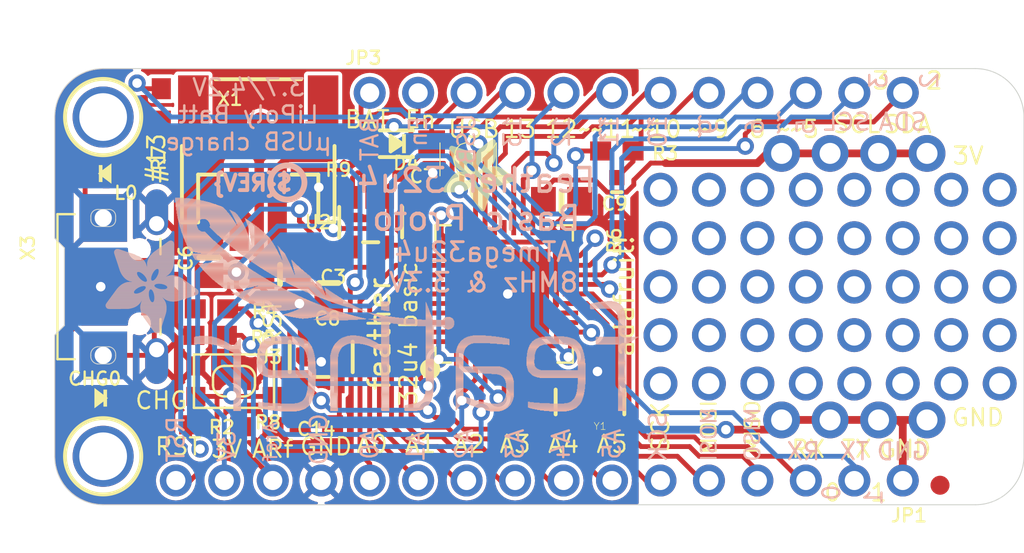
<source format=kicad_pcb>
(kicad_pcb (version 20221018) (generator pcbnew)
  (layers (0 "F.Cu" signal) (31 "B.Cu" signal) (34 "B.Paste" user) (35 "F.Paste" user) (36 "B.SilkS" user "B.Silkscreen") (37 "F.SilkS" user "F.Silkscreen") (38 "B.Mask" user) (39 "F.Mask" user) (44 "Edge.Cuts" user))
  (net 0 "")
  (net 1 "GND")
  (net 2 "D-")
  (net 3 "D+")
  (net 4 "MOSI")
  (net 5 "MISO")
  (net 6 "SCK")
  (net 7 "RST")
  (net 8 "N$11")
  (net 9 "N$12")
  (net 10 "A5")
  (net 11 "A4")
  (net 12 "A3")
  (net 13 "A2")
  (net 14 "A1")
  (net 15 "5")
  (net 16 "11")
  (net 17 "10")
  (net 18 "6")
  (net 19 "12")
  (net 20 "2")
  (net 21 "N$15")
  (net 22 "N$16")
  (net 23 "1")
  (net 24 "0")
  (net 25 "+3V3")
  (net 26 "VBUS")
  (net 27 "VBAT")
  (net 28 "N$2")
  (net 29 "AREF")
  (net 30 "13")
  (net 31 "A0")
  (net 32 "9")
  (net 33 "3")
  (net 34 "N$1")
  (net 35 "N$3")
  (net 36 "N$4")
  (net 37 "D4")
  (net 38 "D8")
  (net 39 "D7")
  (net 40 "EN")
  (net 41 "N$5")
  (net 42 "N$6")
  (net 43 "N$7")
  (net 44 "N$8")
  (net 45 "N$9")
  (net 46 "N$10")
  (net 47 "N$13")
  (net 48 "N$14")
  (net 49 "N$17")
  (net 50 "N$18")
  (net 51 "N$19")
  (net 52 "N$20")
  (net 53 "N$21")
  (net 54 "N$22")
  (net 55 "N$23")
  (net 56 "N$24")
  (net 57 "N$25")
  (net 58 "N$26")
  (net 59 "N$27")
  (net 60 "N$28")
  (net 61 "N$29")
  (net 62 "N$30")
  (net 63 "N$31")
  (net 64 "N$32")
  (net 65 "N$33")
  (net 66 "N$34")
  (net 67 "N$35")
  (net 68 "N$36")
  (net 69 "N$37")
  (net 70 "N$38")
  (net 71 "N$39")
  (net 72 "N$40")
  (net 73 "N$41")
  (net 74 "N$42")
  (net 75 "N$43")
  (net 76 "N$44")
  (net 77 "N$45")
  (net 78 "N$46")
  (net 79 "N$47")
  (net 80 "N$48")
  (footprint "working:ADAFRUIT_3.5MM" (layer "F.Cu") (at 143.4211 97.2566 -90)
    (fp_text reference "U$7" hide)
    (fp_text value "" hide)
  )
  (footprint "working:SOD-123" (layer "F.Cu") (at 141.0081 97.5106 180)
    (fp_text reference "D4")
    (fp_text value "MBR120")
  )
  (footprint "working:1X12_ROUND" (layer "F.Cu") (at 153.5811 94.8436)
    (fp_text reference "JP3")
    (fp_text value "")
  )
  (footprint "working:0805-NO" (layer "F.Cu") (at 131.1891 103.4746 90)
    (fp_text reference "C6")
    (fp_text value "10µF")
  )
  (footprint "working:0603-NO" (layer "F.Cu") (at 136.8171 112.2426 180)
    (fp_text reference "R8")
    (fp_text value "10K\\")
  )
  (footprint "" (layer "F.Cu") (at 171.3611 113.8936)
    (fp_text reference "@HOLE1" hide)
    (fp_text value "")
  )
  (footprint "working:0805-NO" (layer "F.Cu") (at 149.6663 100.528194)
    (fp_text reference "C9")
    (fp_text value "10uF")
  )
  (footprint "working:MOUNTINGHOLE_2.5_PLATED" (layer "F.Cu") (at 125.6411 113.8936 -90)
    (fp_text reference "U$32" hide)
    (fp_text value "MOUNTINGHOLE2.5" hide)
  )
  (footprint "working:KMR2" (layer "F.Cu") (at 132.4991 109.9566 180)
    (fp_text reference "SW1" hide)
    (fp_text value "SPST_TACT-KMR2" hide)
  )
  (footprint "working:0805-NO" (layer "F.Cu") (at 134.9121 104.3686)
    (fp_text reference "C3")
    (fp_text value "10µF")
  )
  (footprint "working:0603-NO" (layer "F.Cu") (at 133.6929 112.343007)
    (fp_text reference "C14")
    (fp_text value "1uF")
  )
  (footprint "working:4UCONN_20329_V2" (layer "F.Cu") (at 127.5461 105.0036 -90)
    (fp_text reference "X3")
    (fp_text value "microUSB")
    (fp_line (start -4.05 2.15) (end -4.05 1.6) (stroke (width 0.05)) (layer "Edge.Cuts"))
    (fp_line (start -3.7 1.25) (end -3.5 1.25) (stroke (width 0.05)) (layer "Edge.Cuts"))
    (fp_line (start -3.5 2.55) (end -3.7 2.55) (stroke (width 0.05)) (layer "Edge.Cuts"))
    (fp_line (start -3.15 1.6) (end -3.15 2.15) (stroke (width 0.05)) (layer "Edge.Cuts"))
    (fp_line (start 3.15 2.2) (end 3.15 1.6) (stroke (width 0.05)) (layer "Edge.Cuts"))
    (fp_line (start 4.05 1.6) (end 4.05 2.2) (stroke (width 0.05)) (layer "Edge.Cuts"))
    (fp_arc (start -4.05 1.6) (mid -3.947487 1.352513) (end -3.7 1.25) (stroke (width 0.05)) (layer "Edge.Cuts"))
    (fp_arc (start -3.7 2.55) (mid -3.957843 2.422487) (end -4.05 2.15) (stroke (width 0.05)) (layer "Edge.Cuts"))
    (fp_arc (start -3.5 1.25) (mid -3.252513 1.352513) (end -3.15 1.6) (stroke (width 0.05)) (layer "Edge.Cuts"))
    (fp_arc (start -3.15 2.15) (mid -3.242157 2.422487) (end -3.5 2.55) (stroke (width 0.05)) (layer "Edge.Cuts"))
    (fp_arc (start 3.15 1.6) (mid 3.302513 1.331802) (end 3.6 1.25) (stroke (width 0.05)) (layer "Edge.Cuts"))
    (fp_arc (start 3.6 1.25) (mid 3.897487 1.331802) (end 4.05 1.6) (stroke (width 0.05)) (layer "Edge.Cuts"))
    (fp_arc (start 3.6 2.55) (mid 3.302513 2.468198) (end 3.15 2.2) (stroke (width 0.05)) (layer "Edge.Cuts"))
    (fp_arc (start 4.05 2.2) (mid 3.897487 2.468198) (end 3.6 2.55) (stroke (width 0.05)) (layer "Edge.Cuts"))
  )
  (footprint "working:0603-NO" (layer "F.Cu") (at 142.1681 101.1426 90)
    (fp_text reference "C7")
    (fp_text value "1uF")
  )
  (footprint "working:1X16_ROUND" (layer "F.Cu") (at 148.5011 115.1636 180)
    (fp_text reference "JP1")
    (fp_text value "")
  )
  (footprint "working:0603-NO" (layer "F.Cu") (at 128.6891 95.4786 -90)
    (fp_text reference "R7")
    (fp_text value "2.2K")
  )
  (footprint "working:0603-NO" (layer "F.Cu") (at 131.250887 107.554913)
    (fp_text reference "R5")
    (fp_text value "22")
  )
  (footprint "" (layer "F.Cu") (at 171.3611 96.1136)
    (fp_text reference "@HOLE0" hide)
    (fp_text value "")
  )
  (footprint "working:FIDUCIAL_1MM" (layer "F.Cu") (at 169.5033 115.4106 -90)
    (fp_text reference "U$35" hide)
    (fp_text value "FIDUCIAL\"\"" hide)
  )
  (footprint "working:CHIPLED_0805_NOOUTLINE" (layer "F.Cu") (at 125.7461 99.0746 90)
    (fp_text reference "L0")
    (fp_text value "RED")
  )
  (footprint "working:0603-NO" (layer "F.Cu") (at 131.3201 106.1656)
    (fp_text reference "R4")
    (fp_text value "22")
  )
  (footprint "working:TQFN44_7MM" (layer "F.Cu") (at 146.6596 105.3846)
    (fp_text reference "IC1")
    (fp_text value "ATMEGA32U4-MU")
  )
  (footprint "working:0603-NO" (layer "F.Cu") (at 129.3241 112.2426)
    (fp_text reference "R2")
    (fp_text value "1K")
  )
  (footprint "working:MOUNTINGHOLE_2.5_PLATED" (layer "F.Cu") (at 125.6411 96.1136 -90)
    (fp_text reference "U$31" hide)
    (fp_text value "MOUNTINGHOLE2.5" hide)
  )
  (footprint "working:0603-NO" (layer "F.Cu") (at 140.5001 99.0092 180)
    (fp_text reference "R9")
    (fp_text value "100k")
  )
  (footprint "working:0805-NO" (layer "F.Cu") (at 137.4671 104.8096 -90)
    (fp_text reference "C8")
    (fp_text value "10µF")
  )
  (footprint "working:JSTPH2" (layer "F.Cu") (at 133.7691 97.1296)
    (fp_text reference "X1")
    (fp_text value "JSTPH")
  )
  (footprint "working:RESONATOR-SMD" (layer "F.Cu") (at 151.157206 111.046994 180)
    (fp_text reference "Y1")
    (fp_text value "8MHz")
  )
  (footprint "working:0603-NO" (layer "F.Cu") (at 152.5651 97.8916)
    (fp_text reference "R3")
    (fp_text value "100k")
  )
  (footprint "working:SOT23-5" (layer "F.Cu") (at 139.6619 101.6254 180)
    (fp_text reference "U2")
    (fp_text value "SPX3819-3.3")
  )
  (footprint "working:SOT23-5" (layer "F.Cu") (at 137.0711 108.6866 180)
    (fp_text reference "U3")
    (fp_text value "MCP73831T-2ACI/OT")
  )
  (footprint "working:CHIPLED_0805_NOOUTLINE" (layer "F.Cu") (at 125.5141 110.8456 -90)
    (fp_text reference "CHG0")
    (fp_text value "ORANGE")
  )
  (footprint "working:_0603MP" (layer "F.Cu") (at 152.5651 100.0506 -90)
    (fp_text reference "R6")
    (fp_text value "100K")
  )
  (footprint "working:FIDUCIAL_1MM" (layer "F.Cu") (at 133.8961 96.3676 -90)
    (fp_text reference "U$34" hide)
    (fp_text value "FIDUCIAL\"\"" hide)
  )
  (footprint "working:PCBFEAT-REV-040" (layer "B.Cu") (at 135.2931 99.5426 180)
    (fp_text reference "U$6" hide)
    (fp_text value "" hide)
  )
  (footprint "working:FEATHERLOGO" (layer "B.Cu") (at 153.7081 111.6076 180)
    (fp_text reference "U$5" hide)
    (fp_text value "" hide)
  )
  (footprint "working:ADAFRUIT_5MM" (layer "B.Cu") (at 125.7681 102.5906)
    (fp_text reference "U$4" hide)
    (fp_text value "" hide)
  )
  (gr_arc (start 171.3611 93.5736) (mid 173.157151 94.317549) (end 173.9011 96.1136) (stroke (width 0.05)) (layer "Edge.Cuts"))
  (gr_arc (start 173.9011 113.8936) (mid 173.157151 115.689651) (end 171.3611 116.4336) (stroke (width 0.05)) (layer "Edge.Cuts"))
  (gr_line (start 123.6091 102.9716) (end 123.6091 107.0356) (stroke (width 0.05)) (layer "Edge.Cuts"))
  (gr_arc (start 125.6411 116.4336) (mid 123.845049 115.689651) (end 123.1011 113.8936) (stroke (width 0.05)) (layer "Edge.Cuts"))
  (gr_line (start 123.1011 96.1136) (end 123.1011 102.4636) (stroke (width 0.05)) (layer "Edge.Cuts"))
  (gr_line (start 123.6091 107.0356) (end 123.1011 107.5436) (stroke (width 0.05)) (layer "Edge.Cuts"))
  (gr_arc (start 123.1011 96.1136) (mid 123.845049 94.317549) (end 125.6411 93.5736) (stroke (width 0.05)) (layer "Edge.Cuts"))
  (gr_line (start 173.9011 113.8936) (end 173.9011 96.1136) (stroke (width 0.05)) (layer "Edge.Cuts"))
  (gr_line (start 171.3611 93.5736) (end 125.6411 93.5736) (stroke (width 0.05)) (layer "Edge.Cuts"))
  (gr_line (start 123.1011 102.4636) (end 123.6091 102.9716) (stroke (width 0.05)) (layer "Edge.Cuts"))
  (gr_line (start 125.6411 116.4336) (end 171.3611 116.4336) (stroke (width 0.05)) (layer "Edge.Cuts"))
  (gr_line (start 123.1011 107.5436) (end 123.1011 113.8936) (stroke (width 0.05)) (layer "Edge.Cuts"))
  (gr_text "~~" (at 154.2161 96.7486 -270) (layer "B.SilkS") (effects (font (size 0.89408 0.89408) (thickness 0.12192)) (justify mirror)))
  (gr_text "USB" (at 144.6911 97.2566 -270) (layer "B.SilkS") (effects (font (size 0.89408 0.89408) (thickness 0.12192)) (justify mirror)))
  (gr_text "11" (at 152.1841 96.8756 -270) (layer "B.SilkS") (effects (font (size 0.89408 0.89408) (thickness 0.12192)) (justify mirror)))
  (gr_text "MOSI" (at 157.3911 112.7506 -270) (layer "B.SilkS") (effects (font (size 0.78232 0.78232) (thickness 0.10668)) (justify mirror)))
  (gr_text "~~" (at 156.8831 96.6216 -270) (layer "B.SilkS") (effects (font (size 0.89408 0.89408) (thickness 0.12192)) (justify mirror)))
  (gr_text "Feather 32u4\nBasic Proto" (at 145.1991 100.4316) (layer "B.SilkS") (effects (font (size 1.237488 1.237488) (thickness 0.184912)) (justify mirror)))
  (gr_text "RX" (at 162.3441 113.6396) (layer "B.SilkS") (effects (font (size 0.89408 0.89408) (thickness 0.12192)) (justify mirror)))
  (gr_text "13" (at 147.1041 96.8756 -270) (layer "B.SilkS") (effects (font (size 0.89408 0.89408) (thickness 0.12192)) (justify mirror)))
  (gr_text "3.7/4.2V\nLiPoly Batt\nµUSB charge" (at 133.2611 95.9866) (layer "B.SilkS") (effects (font (size 0.88392 0.88392) (thickness 0.13208)) (justify mirror)))
  (gr_text "RST" (at 129.4511 113.0046 -270) (layer "B.SilkS") (effects (font (size 0.89408 0.89408) (thickness 0.12192)) (justify mirror)))
  (gr_text "ATmega32u4\n8MHz & 3.3V" (at 145.5801 103.9876) (layer "B.SilkS") (effects (font (size 0.99441 0.99441) (thickness 0.14859)) (justify mirror)))
  (gr_text "~~" (at 151.6761 96.7486 -270) (layer "B.SilkS") (effects (font (size 0.89408 0.89408) (thickness 0.12192)) (justify mirror)))
  (gr_text "5" (at 162.4711 96.6216 -270) (layer "B.SilkS") (effects (font (size 0.89408 0.89408) (thickness 0.12192)) (justify mirror)))
  (gr_text "Aref" (at 134.4041 113.1316 -270) (layer "B.SilkS") (effects (font (size 0.715264 0.715264) (thickness 0.097536)) (justify mirror)))
  (gr_text "10" (at 154.7241 96.8756 -270) (layer "B.SilkS") (effects (font (size 0.89408 0.89408) (thickness 0.12192)) (justify mirror)))
  (gr_text "A4" (at 149.6441 113.2586 -270) (layer "B.SilkS") (effects (font (size 0.89408 0.89408) (thickness 0.12192)) (justify mirror)))
  (gr_text "BAT" (at 139.6111 97.2566 -270) (layer "B.SilkS") (effects (font (size 0.89408 0.89408) (thickness 0.12192)) (justify mirror)))
  (gr_text "2" (at 168.9481 94.2086 -270) (layer "B.SilkS") (effects (font (size 0.89408 0.89408) (thickness 0.12192)) (justify mirror)))
  (gr_text "1" (at 166.0271 116.0526 -270) (layer "B.SilkS") (effects (font (size 0.89408 0.89408) (thickness 0.12192)) (justify mirror)))
  (gr_text "3V" (at 132.1181 113.3856 -270) (layer "B.SilkS") (effects (font (size 0.89408 0.89408) (thickness 0.12192)) (justify mirror)))
  (gr_text "A1" (at 142.0241 113.3856 -270) (layer "B.SilkS") (effects (font (size 0.89408 0.89408) (thickness 0.12192)) (justify mirror)))
  (gr_text "MISO" (at 159.6771 112.7506 -270) (layer "B.SilkS") (effects (font (size 0.78232 0.78232) (thickness 0.10668)) (justify mirror)))
  (gr_text "SDA" (at 167.5511 96.3676) (layer "B.SilkS") (effects (font (size 0.89408 0.89408) (thickness 0.12192)) (justify mirror)))
  (gr_text "A5" (at 152.3111 113.2586 -270) (layer "B.SilkS") (effects (font (size 0.89408 0.89408) (thickness 0.12192)) (justify mirror)))
  (gr_text "A0" (at 139.6111 113.2586 -270) (layer "B.SilkS") (effects (font (size 0.89408 0.89408) (thickness 0.12192)) (justify mirror)))
  (gr_text "En" (at 142.1511 96.8756 -270) (layer "B.SilkS") (effects (font (size 0.89408 0.89408) (thickness 0.12192)) (justify mirror)))
  (gr_text "SCL" (at 164.6301 96.3676) (layer "B.SilkS") (effects (font (size 0.89408 0.89408) (thickness 0.12192)) (justify mirror)))
  (gr_text "3" (at 166.2811 94.2086 -270) (layer "B.SilkS") (effects (font (size 0.89408 0.89408) (thickness 0.12192)) (justify mirror)))
  (gr_text "SCK" (at 154.7241 112.8776 -270) (layer "B.SilkS") (effects (font (size 0.89408 0.89408) (thickness 0.12192)) (justify mirror)))
  (gr_text "~~" (at 161.0741 96.3676 -90) (layer "B.SilkS") (effects (font (size 0.89408 0.89408) (thickness 0.12192)) (justify mirror)))
  (gr_text "6" (at 159.8041 96.6216 -270) (layer "B.SilkS") (effects (font (size 0.89408 0.89408) (thickness 0.12192)) (justify mirror)))
  (gr_text "9" (at 157.3911 96.6216 -270) (layer "B.SilkS") (effects (font (size 0.89408 0.89408) (thickness 0.12192)) (justify mirror)))
  (gr_text "12" (at 149.6441 96.8756 -270) (layer "B.SilkS") (effects (font (size 0.89408 0.89408) (thickness 0.12192)) (justify mirror)))
  (gr_text "GND" (at 136.9441 113.0046 -270) (layer "B.SilkS") (effects (font (size 0.89408 0.89408) (thickness 0.12192)) (justify mirror)))
  (gr_text "A3" (at 147.2311 113.2586 -270) (layer "B.SilkS") (effects (font (size 0.89408 0.89408) (thickness 0.12192)) (justify mirror)))
  (gr_text "GND" (at 167.5511 113.6396) (layer "B.SilkS") (effects (font (size 0.89408 0.89408) (thickness 0.12192)) (justify mirror)))
  (gr_text "0" (at 163.7411 115.7986 -90) (layer "B.SilkS") (effects (font (size 0.89408 0.89408) (thickness 0.12192)) (justify mirror)))
  (gr_text "A2" (at 144.5641 113.2586 -270) (layer "B.SilkS") (effects (font (size 0.89408 0.89408) (thickness 0.12192)) (justify mirror)))
  (gr_text "TX" (at 165.0111 113.6396) (layer "B.SilkS") (effects (font (size 0.89408 0.89408) (thickness 0.12192)) (justify mirror)))
  (gr_text "0" (at 163.8681 115.7986) (layer "F.SilkS") (effects (font (size 0.89408 0.89408) (thickness 0.12192))))
  (gr_text "~~5" (at 162.0901 96.7486) (layer "F.SilkS") (effects (font (size 0.89408 0.89408) (thickness 0.12192))))
  (gr_text "RX" (at 162.5981 113.5126) (layer "F.SilkS") (effects (font (size 0.89408 0.89408) (thickness 0.12192))))
  (gr_text "RST" (at 134.5311 106.9086 90) (layer "F.SilkS") (effects (font (size 0.89408 0.89408) (thickness 0.12192))))
  (gr_text "10" (at 155.1051 96.7486) (layer "F.SilkS") (effects (font (size 0.89408 0.89408) (thickness 0.12192))))
  (gr_text "A1" (at 142.2781 113.2586) (layer "F.SilkS") (effects (font (size 0.89408 0.89408) (thickness 0.12192))))
  (gr_text "USB" (at 145.0721 96.7486) (layer "F.SilkS") (effects (font (size 0.89408 0.89408) (thickness 0.12192))))
  (gr_text "ARf" (at 134.5311 113.5126) (layer "F.SilkS") (effects (font (size 0.89408 0.89408) (thickness 0.12192))))
  (gr_text "MOSI" (at 157.3911 112.3696 90) (layer "F.SilkS") (effects (font (size 0.78232 0.78232) (thickness 0.10668))))
  (gr_text "MISO" (at 159.6771 112.3696 90) (layer "F.SilkS") (effects (font (size 0.78232 0.78232) (thickness 0.10668))))
  (gr_text "A3" (at 147.2311 113.2586) (layer "F.SilkS") (effects (font (size 0.89408 0.89408) (thickness 0.12192))))
  (gr_text "SDA" (at 167.8051 96.4946) (layer "F.SilkS") (effects (font (size 0.89408 0.89408) (thickness 0.12192))))
  (gr_text "BAT" (at 139.4841 96.2406) (layer "F.SilkS") (effects (font (size 0.89408 0.89408) (thickness 0.12192))))
  (gr_text "TX" (at 165.1381 113.5126) (layer "F.SilkS") (effects (font (size 0.89408 0.89408) (thickness 0.12192))))
  (gr_text "RST" (at 129.5781 113.3856) (layer "F.SilkS") (effects (font (size 0.89408 0.89408) (thickness 0.12192))))
  (gr_text "En" (at 142.2781 96.2406) (layer "F.SilkS") (effects (font (size 0.89408 0.89408) (thickness 0.12192))))
  (gr_text "adafruit!" (at 152.9461 105.5116 90) (layer "F.SilkS") (effects (font (size 1.00584 1.00584) (thickness 0.13716))))
  (gr_text "~~9" (at 157.3911 96.7486) (layer "F.SilkS") (effects (font (size 0.89408 0.89408) (thickness 0.12192))))
  (gr_text "1" (at 166.2811 115.7986) (layer "F.SilkS") (effects (font (size 0.89408 0.89408) (thickness 0.12192))))
  (gr_text "3" (at 166.4081 94.2086) (layer "F.SilkS") (effects (font (size 0.89408 0.89408) (thickness 0.12192))))
  (gr_text "GND" (at 167.6781 113.5126) (layer "F.SilkS") (effects (font (size 0.89408 0.89408) (thickness 0.12192))))
  (gr_text "~~11" (at 152.0571 96.7486) (layer "F.SilkS") (effects (font (size 0.89408 0.89408) (thickness 0.12192))))
  (gr_text "32u4 basic" (at 141.6431 107.4801 90) (layer "F.SilkS") (effects (font (size 0.89408 0.89408) (thickness 0.12192))))
  (gr_text "A2" (at 144.8181 113.2586) (layer "F.SilkS") (effects (font (size 0.89408 0.89408) (thickness 0.12192))))
  (gr_text "A4" (at 149.7711 113.2586) (layer "F.SilkS") (effects (font (size 0.89408 0.89408) (thickness 0.12192))))
  (gr_text "#13" (at 128.4351 98.2726 90) (layer "F.SilkS") (effects (font (size 0.89408 0.89408) (thickness 0.12192))))
  (gr_text "13" (at 147.4851 96.7486) (layer "F.SilkS") (effects (font (size 0.89408 0.89408) (thickness 0.12192))))
  (gr_text "12" (at 149.6441 96.7486) (layer "F.SilkS") (effects (font (size 0.89408 0.89408) (thickness 0.12192))))
  (gr_text "~~" (at 153.9621 96.7486) (layer "F.SilkS") (effects (font (size 0.89408 0.89408) (thickness 0.12192))))
  (gr_text "6" (at 159.9311 96.7486) (layer "F.SilkS") (effects (font (size 0.89408 0.89408) (thickness 0.12192))))
  (gr_text "feather" (at 140.1191 107.4801 90) (layer "F.SilkS") (effects (font (size 1.1176 1.1176) (thickness 0.1524))))
  (gr_text "SCL" (at 165.1381 96.4946) (layer "F.SilkS") (effects (font (size 0.89408 0.89408) (thickness 0.12192))))
  (gr_text "3V" (at 170.9801 98.1456) (layer "F.SilkS") (effects (font (size 0.89408 0.89408) (thickness 0.12192))))
  (gr_text "GND" (at 137.3251 113.3856) (layer "F.SilkS") (effects (font (size 0.89408 0.89408) (thickness 0.12192))))
  (gr_text "3V" (at 132.1181 113.5126) (layer "F.SilkS") (effects (font (size 0.89408 0.89408) (thickness 0.12192))))
  (gr_text "CHG" (at 128.6891 110.9726) (layer "F.SilkS") (effects (font (size 0.89408 0.89408) (thickness 0.12192))))
  (gr_text "2" (at 169.2021 94.2086) (layer "F.SilkS") (effects (font (size 0.89408 0.89408) (thickness 0.12192))))
  (gr_text "SCK" (at 154.8511 112.3696 90) (layer "F.SilkS") (effects (font (size 0.89408 0.89408) (thickness 0.12192))))
  (gr_text "A0" (at 139.7381 113.2586) (layer "F.SilkS") (effects (font (size 0.89408 0.89408) (thickness 0.12192))))
  (gr_text "GND" (at 171.4881 111.8616) (layer "F.SilkS") (effects (font (size 0.89408 0.89408) (thickness 0.12192))))
  (gr_text "A5" (at 152.3111 113.2586) (layer "F.SilkS") (effects (font (size 0.89408 0.89408) (thickness 0.12192))))
  (segment (start 146.319284 105.915416) (end 146.8501 105.3846) (width 0.254) (layer "F.Cu") (net 1))
  (segment (start 143.1846 103.3846) (end 145.2311 103.3846) (width 0.254) (layer "F.Cu") (net 1))
  (segment (start 143.1846 107.3846) (end 145.3581 107.3846) (width 0.254) (layer "F.Cu") (net 1))
  (segment (start 167.5511 115.1636) (end 167.5511 112.2426) (width 0.4064) (layer "F.Cu") (net 1))
  (segment (start 149.1596 102.6141) (end 149.3901 102.8446) (width 0.254) (layer "F.Cu") (net 1))
  (segment (start 161.2011 111.9886) (end 163.7411 111.9886) (width 0.4064) (layer "F.Cu") (net 1))
  (segment (start 150.1346 106.3846) (end 147.8501 106.3846) (width 0.254) (layer "F.Cu") (net 1))
  (segment (start 158.2801 112.4966) (end 160.6931 112.4966) (width 0.4064) (layer "F.Cu") (net 1))
  (segment (start 134.4991 109.1566) (end 134.6201 109.1566) (width 0.254) (layer "F.Cu") (net 1))
  (segment (start 137.0711 107.3865) (end 137.0711 105.7596) (width 0.254) (layer "F.Cu") (net 1))
  (segment (start 124.6961 101.4036) (end 125.6461 101.4036) (width 0.254) (layer "F.Cu") (net 1))
  (segment (start 128.1461 108.6036) (end 128.4461 108.3036) (width 0.254) (layer "F.Cu") (net 1))
  (segment (start 145.178493 103.331994) (end 145.2311 103.3846) (width 0.254) (layer "F.Cu") (net 1))
  (segment (start 128.3211 108.1786) (end 128.4461 108.3036) (width 0.254) (layer "F.Cu") (net 1))
  (segment (start 149.319284 102.788416) (end 146.9771 105.1306) (width 0.254) (layer "F.Cu") (net 1))
  (segment (start 167.5511 112.2426) (end 167.2971 111.9886) (width 0.4064) (layer "F.Cu") (net 1))
  (segment (start 135.4201 109.9566) (end 135.4201 111.2266) (width 0.254) (layer "F.Cu") (net 1))
  (segment (start 125.6461 108.6036) (end 128.1461 108.6036) (width 0.254) (layer "F.Cu") (net 1))
  (segment (start 146.1596 106.0751) (end 146.8501 105.3846) (width 0.254) (layer "F.Cu") (net 1))
  (segment (start 167.2971 111.9886) (end 168.8211 111.9886) (width 0.4064) (layer "F.Cu") (net 1))
  (segment (start 146.8501 105.8926) (end 145.3581 107.3846) (width 0.254) (layer "F.Cu") (net 1))
  (segment (start 128.3211 106.3036) (end 128.3211 108.1786) (width 0.254) (layer "F.Cu") (net 1))
  (segment (start 166.2811 111.9886) (end 167.2971 111.9886) (width 0.4064) (layer "F.Cu") (net 1))
  (segment (start 124.6961 99.0746) (end 124.6961 101.4036) (width 0.254) (layer "F.Cu") (net 1))
  (segment (start 134.6201 109.1566) (end 135.4201 109.9566) (width 0.254) (layer "F.Cu") (net 1))
  (segment (start 146.8501 105.3846) (end 146.8501 105.8926) (width 0.254) (layer "F.Cu") (net 1))
  (segment (start 147.8501 106.3846) (end 146.8501 105.3846) (width 0.254) (layer "F.Cu") (net 1))
  (segment (start 163.7411 111.9886) (end 166.2811 111.9886) (width 0.4064) (layer "F.Cu") (net 1))
  (segment (start 145.2311 103.3846) (end 146.9771 105.1306) (width 0.254) (layer "F.Cu") (net 1))
  (segment (start 146.9771 105.1306) (end 146.9771 105.2576) (width 0.254) (layer "F.Cu") (net 1))
  (segment (start 146.9771 105.2576) (end 146.8501 105.3846) (width 0.254) (layer "F.Cu") (net 1))
  (segment (start 137.0711 105.7596) (end 137.4671 105.7596) (width 0.254) (layer "F.Cu") (net 1))
  (segment (start 160.6931 112.4966) (end 161.2011 111.9886) (width 0.4064) (layer "F.Cu") (net 1))
  (segment (start 146.1596 108.8596) (end 146.1596 106.0751) (width 0.254) (layer "F.Cu") (net 1))
  (segment (start 149.1596 101.9096) (end 149.1596 102.6141) (width 0.254) (layer "F.Cu") (net 1))
  (via (at 146.8501 105.3846) (size 0.9064) (drill 0.5) (layers "F.Cu" "B.Cu") (net 1))
  (via (at 163.7411 111.9886) (size 1.9304) (drill 1.1) (layers "F.Cu" "B.Cu") (net 1))
  (via (at 142.9131 99.0346) (size 0.9064) (drill 0.5) (layers "F.Cu" "B.Cu") (net 1))
  (via (at 125.5141 105.0036) (size 0.9064) (drill 0.5) (layers "F.Cu" "B.Cu") (net 1))
  (via (at 158.2801 112.4966) (size 0.9064) (drill 0.5) (layers "F.Cu" "B.Cu") (net 1))
  (via (at 137.0711 108.9406) (size 0.9064) (drill 0.5) (layers "F.Cu" "B.Cu") (net 1))
  (via (at 161.2011 111.9886) (size 1.9304) (drill 1.1) (layers "F.Cu" "B.Cu") (net 1))
  (via (at 166.2811 111.9886) (size 1.9304) (drill 1.1) (layers "F.Cu" "B.Cu") (net 1))
  (via (at 168.8211 111.9886) (size 1.9304) (drill 1.1) (layers "F.Cu" "B.Cu") (net 1))
  (via (at 151.5491 109.4486) (size 0.9064) (drill 0.5) (layers "F.Cu" "B.Cu") (net 1))
  (via (at 135.9281 105.8926) (size 0.9064) (drill 0.5) (layers "F.Cu" "B.Cu") (net 1))
  (via (at 136.9441 99.7966) (size 0.9064) (drill 0.5) (layers "F.Cu" "B.Cu") (net 1))
  (segment (start 153.9621 112.4966) (end 153.5811 112.1156) (width 0.4064) (layer "B.Cu") (net 1))
  (segment (start 158.2801 112.4966) (end 153.9621 112.4966) (width 0.4064) (layer "B.Cu") (net 1))
  (segment (start 145.1596 109.8691) (end 144.4371 110.5916) (width 0.254) (layer "F.Cu") (net 2))
  (segment (start 144.4371 110.5916) (end 144.4371 110.9726) (width 0.254) (layer "F.Cu") (net 2))
  (segment (start 133.0261 106.1656) (end 133.7691 106.9086) (width 0.254) (layer "F.Cu") (net 2))
  (segment (start 145.1596 108.8596) (end 145.1596 109.8691) (width 0.254) (layer "F.Cu") (net 2))
  (segment (start 132.1701 106.1656) (end 133.0261 106.1656) (width 0.254) (layer "F.Cu") (net 2))
  (via (at 144.4371 110.9726) (size 0.9064) (drill 0.5) (layers "F.Cu" "B.Cu") (net 2))
  (via (at 133.7691 106.9086) (size 0.9064) (drill 0.5) (layers "F.Cu" "B.Cu") (net 2))
  (segment (start 144.4371 112.2426) (end 144.4371 110.9726) (width 0.254) (layer "B.Cu") (net 2))
  (segment (start 134.6581 112.2426) (end 134.6581 107.7976) (width 0.254) (layer "B.Cu") (net 2))
  (segment (start 134.6581 107.7976) (end 133.7691 106.9086) (width 0.254) (layer "B.Cu") (net 2))
  (segment (start 135.1661 112.7506) (end 134.6581 112.2426) (width 0.254) (layer "B.Cu") (net 2))
  (segment (start 135.1661 112.7506) (end 143.9291 112.7506) (width 0.254) (layer "B.Cu") (net 2))
  (segment (start 143.9291 112.7506) (end 144.4371 112.2426) (width 0.254) (layer "B.Cu") (net 2))
  (segment (start 145.6596 108.8596) (end 145.6596 110.1311) (width 0.254) (layer "F.Cu") (net 3))
  (segment (start 145.6596 110.1311) (end 145.4531 110.3376) (width 0.254) (layer "F.Cu") (net 3))
  (segment (start 145.4531 110.3376) (end 145.4531 111.5822) (width 0.254) (layer "F.Cu") (net 3))
  (segment (start 145.4531 111.3536) (end 145.4531 111.5822) (width 0.254) (layer "F.Cu") (net 3))
  (segment (start 132.100887 107.554913) (end 132.891412 107.554913) (width 0.254) (layer "F.Cu") (net 3))
  (segment (start 132.891412 107.554913) (end 133.3881 108.0516) (width 0.254) (layer "F.Cu") (net 3))
  (via (at 133.3881 108.0516) (size 0.9064) (drill 0.5) (layers "F.Cu" "B.Cu") (net 3))
  (via (at 145.4531 111.5822) (size 0.9064) (drill 0.5) (layers "F.Cu" "B.Cu") (net 3))
  (segment (start 135.0391 113.3856) (end 145.4531 113.3856) (width 0.254) (layer "B.Cu") (net 3))
  (segment (start 135.0391 113.3856) (end 134.1501 112.4966) (width 0.254) (layer "B.Cu") (net 3))
  (segment (start 145.4531 113.3856) (end 145.4531 111.5822) (width 0.254) (layer "B.Cu") (net 3))
  (segment (start 133.3881 108.0516) (end 134.1501 108.8136) (width 0.254) (layer "B.Cu") (net 3))
  (segment (start 134.1501 112.4966) (end 134.1501 108.8136) (width 0.254) (layer "B.Cu") (net 3))
  (segment (start 155.7401 113.8936) (end 157.0101 115.1636) (width 0.254) (layer "F.Cu") (net 4))
  (segment (start 157.0101 115.1636) (end 157.3911 115.1636) (width 0.254) (layer "F.Cu") (net 4))
  (segment (start 148.6596 112.4011) (end 148.6596 108.8596) (width 0.254) (layer "F.Cu") (net 4))
  (segment (start 151.0411 112.8776) (end 151.5491 113.3856) (width 0.254) (layer "F.Cu") (net 4))
  (segment (start 149.1361 112.8776) (end 151.0411 112.8776) (width 0.254) (layer "F.Cu") (net 4))
  (segment (start 148.6596 112.4011) (end 149.1361 112.8776) (width 0.254) (layer "F.Cu") (net 4))
  (segment (start 153.0731 113.3856) (end 153.5811 113.8936) (width 0.254) (layer "F.Cu") (net 4))
  (segment (start 151.5491 113.3856) (end 153.0731 113.3856) (width 0.254) (layer "F.Cu") (net 4))
  (segment (start 153.5811 113.8936) (end 155.7401 113.8936) (width 0.254) (layer "F.Cu") (net 4))
  (segment (start 159.1691 113.8936) (end 159.9311 114.6556) (width 0.254) (layer "F.Cu") (net 5))
  (segment (start 153.3271 112.8776) (end 153.8351 113.3856) (width 0.254) (layer "F.Cu") (net 5))
  (segment (start 151.8031 112.8776) (end 153.3271 112.8776) (width 0.254) (layer "F.Cu") (net 5))
  (segment (start 153.8351 113.3856) (end 156.3751 113.3856) (width 0.254) (layer "F.Cu") (net 5))
  (segment (start 149.3901 112.3696) (end 151.2951 112.3696) (width 0.254) (layer "F.Cu") (net 5))
  (segment (start 149.1596 108.8596) (end 149.1596 112.1391) (width 0.254) (layer "F.Cu") (net 5))
  (segment (start 156.8831 113.8936) (end 159.1691 113.8936) (width 0.254) (layer "F.Cu") (net 5))
  (segment (start 159.9311 114.6556) (end 159.9311 115.1636) (width 0.254) (layer "F.Cu") (net 5))
  (segment (start 151.2951 112.3696) (end 151.8031 112.8776) (width 0.254) (layer "F.Cu") (net 5))
  (segment (start 149.1596 112.1391) (end 149.3901 112.3696) (width 0.254) (layer "F.Cu") (net 5))
  (segment (start 156.3751 113.3856) (end 156.8831 113.8936) (width 0.254) (layer "F.Cu") (net 5))
  (segment (start 154.0891 115.1636) (end 154.8511 115.1636) (width 0.254) (layer "F.Cu") (net 6))
  (segment (start 148.1596 112.6631) (end 148.1596 108.8596) (width 0.254) (layer "F.Cu") (net 6))
  (segment (start 148.8821 113.3856) (end 150.7871 113.3856) (width 0.254) (layer "F.Cu") (net 6))
  (segment (start 148.1596 112.6631) (end 148.8821 113.3856) (width 0.254) (layer "F.Cu") (net 6))
  (segment (start 150.7871 113.3856) (end 151.2951 113.8936) (width 0.254) (layer "F.Cu") (net 6))
  (segment (start 151.2951 113.8936) (end 152.8191 113.8936) (width 0.254) (layer "F.Cu") (net 6))
  (segment (start 152.8191 113.8936) (end 154.0891 115.1636) (width 0.254) (layer "F.Cu") (net 6))
  (segment (start 131.6101 110.7566) (end 132.3721 110.7566) (width 0.254) (layer "F.Cu") (net 7))
  (segment (start 151.1996 107.3846) (end 151.2316 107.4166) (width 0.254) (layer "F.Cu") (net 7))
  (segment (start 132.3721 110.7566) (end 134.4991 110.7566) (width 0.254) (layer "F.Cu") (net 7))
  (segment (start 129.4511 115.1636) (end 129.5781 115.1636) (width 0.254) (layer "F.Cu") (net 7))
  (segment (start 130.2131 115.1636) (end 129.4511 115.1636) (width 0.254) (layer "F.Cu") (net 7))
  (segment (start 130.4991 110.7566) (end 131.6101 110.7566) (width 0.254) (layer "F.Cu") (net 7))
  (segment (start 131.6101 113.7666) (end 130.2131 115.1636) (width 0.254) (layer "F.Cu") (net 7))
  (segment (start 131.6101 113.7666) (end 131.6101 110.7566) (width 0.254) (layer "F.Cu") (net 7))
  (segment (start 150.1346 107.3846) (end 151.1996 107.3846) (width 0.254) (layer "F.Cu") (net 7))
  (segment (start 132.3721 110.7566) (end 132.3721 110.7186) (width 0.254) (layer "F.Cu") (net 7))
  (via (at 132.3721 110.7186) (size 0.9064) (drill 0.5) (layers "F.Cu" "B.Cu") (net 7))
  (via (at 151.2316 107.4166) (size 0.9064) (drill 0.5) (layers "F.Cu" "B.Cu") (net 7))
  (segment (start 139.6111 106.0196) (end 137.5791 106.0196) (width 0.254) (layer "B.Cu") (net 7))
  (segment (start 149.1361 103.6066) (end 149.1361 105.3211) (width 0.254) (layer "B.Cu") (net 7))
  (segment (start 139.6111 106.0196) (end 140.7541 104.8766) (width 0.254) (layer "B.Cu") (net 7))
  (segment (start 137.5791 106.0196) (end 136.4361 104.8766) (width 0.254) (layer "B.Cu") (net 7))
  (segment (start 149.1361 105.3211) (end 151.2316 107.4166) (width 0.254) (layer "B.Cu") (net 7))
  (segment (start 140.7541 99.5426) (end 142.1511 98.1456) (width 0.254) (layer "B.Cu") (net 7))
  (segment (start 143.6751 98.1456) (end 149.1361 103.6066) (width 0.254) (layer "B.Cu") (net 7))
  (segment (start 133.5151 104.8766) (end 131.4831 106.9086) (width 0.254) (layer "B.Cu") (net 7))
  (segment (start 131.4831 109.3216) (end 132.3721 110.2106) (width 0.254) (layer "B.Cu") (net 7))
  (segment (start 143.6751 98.1456) (end 142.1511 98.1456) (width 0.254) (layer "B.Cu") (net 7))
  (segment (start 140.7541 104.8766) (end 140.7541 99.5426) (width 0.254) (layer "B.Cu") (net 7))
  (segment (start 136.4361 104.8766) (end 133.5151 104.8766) (width 0.254) (layer "B.Cu") (net 7))
  (segment (start 131.4831 106.9086) (end 131.4831 109.3216) (width 0.254) (layer "B.Cu") (net 7))
  (segment (start 132.3721 110.2106) (end 132.3721 110.7186) (width 0.254) (layer "B.Cu") (net 7))
  (segment (start 152.0571 107.7976) (end 150.0251 109.8296) (width 0.254) (layer "F.Cu") (net 8))
  (segment (start 150.1346 105.8846) (end 150.9696 105.8846) (width 0.254) (layer "F.Cu") (net 8))
  (segment (start 150.0251 109.8296) (end 150.0251 110.9791) (width 0.254) (layer "F.Cu") (net 8))
  (segment (start 150.0251 110.9791) (end 149.957206 111.046994) (width 0.254) (layer "F.Cu") (net 8))
  (segment (start 152.0571 107.7976) (end 152.0571 106.9721) (width 0.254) (layer "F.Cu") (net 8))
  (segment (start 150.9696 105.8846) (end 152.0571 106.9721) (width 0.254) (layer "F.Cu") (net 8))
  (segment (start 150.1346 105.3846) (end 151.2951 105.3846) (width 0.254) (layer "F.Cu") (net 9))
  (segment (start 152.5651 110.8391) (end 152.357206 111.046994) (width 0.254) (layer "F.Cu") (net 9))
  (segment (start 152.5651 106.6546) (end 152.5651 110.8391) (width 0.254) (layer "F.Cu") (net 9))
  (segment (start 151.2951 105.3846) (end 152.5651 106.6546) (width 0.254) (layer "F.Cu") (net 9))
  (segment (start 141.7701 111.7346) (end 141.7701 106.9086) (width 0.254) (layer "F.Cu") (net 10))
  (segment (start 146.2151 113.3856) (end 145.8087 112.9792) (width 0.254) (layer "F.Cu") (net 10))
  (segment (start 147.9931 113.3856) (end 146.2151 113.3856) (width 0.254) (layer "F.Cu") (net 10))
  (segment (start 151.8031 115.1636) (end 150.5331 113.8936) (width 0.254) (layer "F.Cu") (net 10))
  (segment (start 148.5011 113.8936) (end 147.9931 113.3856) (width 0.254) (layer "F.Cu") (net 10))
  (segment (start 142.4051 112.3696) (end 143.6751 112.3696) (width 0.254) (layer "F.Cu") (net 10))
  (segment (start 143.6751 112.3696) (end 144.2847 112.9792) (width 0.254) (layer "F.Cu") (net 10))
  (segment (start 143.1846 106.3846) (end 142.2941 106.3846) (width 0.254) (layer "F.Cu") (net 10))
  (segment (start 152.3111 115.1636) (end 151.8031 115.1636) (width 0.254) (layer "F.Cu") (net 10))
  (segment (start 141.7701 111.7346) (end 142.4051 112.3696) (width 0.254) (layer "F.Cu") (net 10))
  (segment (start 142.2941 106.3846) (end 141.7701 106.9086) (width 0.254) (layer "F.Cu") (net 10))
  (segment (start 145.8087 112.9792) (end 144.2847 112.9792) (width 0.254) (layer "F.Cu") (net 10))
  (segment (start 150.5331 113.8936) (end 148.5011 113.8936) (width 0.254) (layer "F.Cu") (net 10))
  (segment (start 143.4211 112.8776) (end 144.0307 113.4872) (width 0.254) (layer "F.Cu") (net 11))
  (segment (start 143.1846 105.8846) (end 142.0321 105.8846) (width 0.254) (layer "F.Cu") (net 11))
  (segment (start 144.0307 113.4872) (end 145.5547 113.4872) (width 0.254) (layer "F.Cu") (net 11))
  (segment (start 141.2621 111.9886) (end 142.1511 112.8776) (width 0.254) (layer "F.Cu") (net 11))
  (segment (start 142.0321 105.8846) (end 141.2621 106.6546) (width 0.254) (layer "F.Cu") (net 11))
  (segment (start 147.7391 113.8936) (end 149.0091 115.1636) (width 0.254) (layer "F.Cu") (net 11))
  (segment (start 145.9611 113.8936) (end 147.7391 113.8936) (width 0.254) (layer "F.Cu") (net 11))
  (segment (start 141.2621 106.6546) (end 141.2621 111.9886) (width 0.254) (layer "F.Cu") (net 11))
  (segment (start 142.1511 112.8776) (end 143.4211 112.8776) (width 0.254) (layer "F.Cu") (net 11))
  (segment (start 149.0091 115.1636) (end 149.7711 115.1636) (width 0.254) (layer "F.Cu") (net 11))
  (segment (start 145.5547 113.4872) (end 145.9611 113.8936) (width 0.254) (layer "F.Cu") (net 11))
  (segment (start 143.7767 113.9952) (end 145.3007 113.9952) (width 0.254) (layer "F.Cu") (net 12))
  (segment (start 140.7541 112.2426) (end 140.7541 106.4006) (width 0.254) (layer "F.Cu") (net 12))
  (segment (start 140.7541 112.2426) (end 141.8971 113.3856) (width 0.254) (layer "F.Cu") (net 12))
  (segment (start 145.3007 113.9952) (end 146.4691 115.1636) (width 0.254) (layer "F.Cu") (net 12))
  (segment (start 141.7701 105.3846) (end 140.7541 106.4006) (width 0.254) (layer "F.Cu") (net 12))
  (segment (start 141.8971 113.3856) (end 143.1671 113.3856) (width 0.254) (layer "F.Cu") (net 12))
  (segment (start 143.1846 105.3846) (end 141.7701 105.3846) (width 0.254) (layer "F.Cu") (net 12))
  (segment (start 147.2311 115.1636) (end 146.4691 115.1636) (width 0.254) (layer "F.Cu") (net 12))
  (segment (start 143.1671 113.3856) (end 143.7767 113.9952) (width 0.254) (layer "F.Cu") (net 12))
  (segment (start 142.9131 113.8936) (end 144.1831 115.1636) (width 0.254) (layer "F.Cu") (net 13))
  (segment (start 141.6431 113.8936) (end 142.9131 113.8936) (width 0.254) (layer "F.Cu") (net 13))
  (segment (start 140.1191 112.3696) (end 140.1191 106.2736) (width 0.254) (layer "F.Cu") (net 13))
  (segment (start 143.1846 104.8846) (end 141.5081 104.8846) (width 0.254) (layer "F.Cu") (net 13))
  (segment (start 140.1191 112.3696) (end 141.6431 113.8936) (width 0.254) (layer "F.Cu") (net 13))
  (segment (start 141.5081 104.8846) (end 140.1191 106.2736) (width 0.254) (layer "F.Cu") (net 13))
  (segment (start 144.6911 115.1636) (end 144.1831 115.1636) (width 0.254) (layer "F.Cu") (net 13))
  (segment (start 141.2461 104.3846) (end 139.6111 106.0196) (width 0.254) (layer "F.Cu") (net 14))
  (segment (start 139.6111 106.0196) (end 139.6111 112.6236) (width 0.254) (layer "F.Cu") (net 14))
  (segment (start 139.6111 112.6236) (end 142.1511 115.1636) (width 0.254) (layer "F.Cu") (net 14))
  (segment (start 143.1846 104.3846) (end 141.2461 104.3846) (width 0.254) (layer "F.Cu") (net 14))
  (segment (start 145.1596 97.6771) (end 145.3261 97.5106) (width 0.254) (layer "F.Cu") (net 15))
  (segment (start 145.1596 101.9096) (end 145.1596 97.6771) (width 0.254) (layer "F.Cu") (net 15))
  (via (at 145.3261 97.5106) (size 0.9064) (drill 0.5) (layers "F.Cu" "B.Cu") (net 15))
  (segment (start 162.4711 94.8436) (end 162.2171 94.8436) (width 0.254) (layer "B.Cu") (net 15))
  (segment (start 145.3261 98.5266) (end 145.3261 97.5106) (width 0.254) (layer "B.Cu") (net 15))
  (segment (start 151.4221 101.3206) (end 151.4221 97.1296) (width 0.254) (layer "B.Cu") (net 15))
  (segment (start 160.9471 96.1136) (end 158.7881 96.1136) (width 0.254) (layer "B.Cu") (net 15))
  (segment (start 151.9301 96.6216) (end 158.2801 96.6216) (width 0.254) (layer "B.Cu") (net 15))
  (segment (start 158.2801 96.6216) (end 158.7881 96.1136) (width 0.254) (layer "B.Cu") (net 15))
  (segment (start 162.2171 94.8436) (end 160.9471 96.1136) (width 0.254) (layer "B.Cu") (net 15))
  (segment (start 151.4221 97.1296) (end 151.9301 96.6216) (width 0.254) (layer "B.Cu") (net 15))
  (segment (start 162.5981 94.8436) (end 162.4711 94.8436) (width 0.254) (layer "B.Cu") (net 15))
  (segment (start 151.0411 101.7016) (end 151.4221 101.3206) (width 0.254) (layer "B.Cu") (net 15))
  (segment (start 148.5011 101.7016) (end 145.3261 98.5266) (width 0.254) (layer "B.Cu") (net 15))
  (segment (start 148.5011 101.7016) (end 151.0411 101.7016) (width 0.254) (layer "B.Cu") (net 15))
  (segment (start 151.5491 94.8436) (end 150.2791 96.1136) (width 0.254) (layer "F.Cu") (net 16))
  (segment (start 145.9611 96.1136) (end 145.4531 96.6216) (width 0.254) (layer "F.Cu") (net 16))
  (segment (start 150.2791 96.1136) (end 145.9611 96.1136) (width 0.254) (layer "F.Cu") (net 16))
  (segment (start 144.4371 97.0026) (end 144.4371 99.9236) (width 0.254) (layer "F.Cu") (net 16))
  (segment (start 152.3111 94.8436) (end 151.5491 94.8436) (width 0.254) (layer "F.Cu") (net 16))
  (segment (start 145.4531 96.6216) (end 144.8181 96.6216) (width 0.254) (layer "F.Cu") (net 16))
  (segment (start 144.8181 96.6216) (end 144.4371 97.0026) (width 0.254) (layer "F.Cu") (net 16))
  (segment (start 150.1346 108.5771) (end 150.0251 108.6866) (width 0.254) (layer "F.Cu") (net 16))
  (segment (start 150.1346 107.8846) (end 150.1346 108.5771) (width 0.254) (layer "F.Cu") (net 16))
  (segment (start 144.4371 99.9236) (end 144.3101 99.9236) (width 0.254) (layer "F.Cu") (net 16))
  (via (at 144.3101 99.9236) (size 0.9064) (drill 0.5) (layers "F.Cu" "B.Cu") (net 16))
  (via (at 150.0251 108.6866) (size 0.9064) (drill 0.5) (layers "F.Cu" "B.Cu") (net 16))
  (segment (start 144.3101 99.9236) (end 148.3741 103.9876) (width 0.254) (layer "B.Cu") (net 16))
  (segment (start 148.3741 107.0356) (end 150.0251 108.6866) (width 0.254) (layer "B.Cu") (net 16))
  (segment (start 148.3741 103.9876) (end 148.3741 107.0356) (width 0.254) (layer "B.Cu") (net 16))
  (segment (start 146.2151 97.7646) (end 146.2151 96.8756) (width 0.254) (layer "F.Cu") (net 17))
  (segment (start 145.6596 101.9096) (end 145.6596 98.3201) (width 0.254) (layer "F.Cu") (net 17))
  (segment (start 151.0411 96.1136) (end 152.8191 96.1136) (width 0.254) (layer "F.Cu") (net 17))
  (segment (start 150.5331 96.6216) (end 151.0411 96.1136) (width 0.254) (layer "F.Cu") (net 17))
  (segment (start 146.2151 96.8756) (end 146.4691 96.6216) (width 0.254) (layer "F.Cu") (net 17))
  (segment (start 146.4691 96.6216) (end 150.5331 96.6216) (width 0.254) (layer "F.Cu") (net 17))
  (segment (start 152.8191 96.1136) (end 154.0891 94.8436) (width 0.254) (layer "F.Cu") (net 17))
  (segment (start 145.6596 98.3201) (end 146.2151 97.7646) (width 0.254) (layer "F.Cu") (net 17))
  (segment (start 154.8511 94.8436) (end 154.0891 94.8436) (width 0.254) (layer "F.Cu") (net 17))
  (segment (start 149.2631 98.3996) (end 149.2631 98.5266) (width 0.254) (layer "F.Cu") (net 18))
  (segment (start 148.8821 98.0186) (end 149.2631 98.3996) (width 0.254) (layer "F.Cu") (net 18))
  (segment (start 147.1596 98.7251) (end 147.8661 98.0186) (width 0.254) (layer "F.Cu") (net 18))
  (segment (start 147.1596 101.9096) (end 147.1596 98.7251) (width 0.254) (layer "F.Cu") (net 18))
  (segment (start 147.8661 98.0186) (end 148.8821 98.0186) (width 0.254) (layer "F.Cu") (net 18))
  (via (at 149.2631 98.5266) (size 0.9064) (drill 0.5) (layers "F.Cu" "B.Cu") (net 18))
  (segment (start 150.6601 96.1136) (end 149.2631 97.5106) (width 0.254) (layer "B.Cu") (net 18))
  (segment (start 159.2961 94.8436) (end 159.9311 94.8436) (width 0.254) (layer "B.Cu") (net 18))
  (segment (start 150.6601 96.1136) (end 158.0261 96.1136) (width 0.254) (layer "B.Cu") (net 18))
  (segment (start 158.0261 96.1136) (end 159.2961 94.8436) (width 0.254) (layer "B.Cu") (net 18))
  (segment (start 149.2631 98.5266) (end 149.2631 97.5106) (width 0.254) (layer "B.Cu") (net 18))
  (segment (start 147.6596 99.3681) (end 148.1201 98.9076) (width 0.254) (layer "F.Cu") (net 19))
  (segment (start 147.6596 101.9096) (end 147.6596 99.3681) (width 0.254) (layer "F.Cu") (net 19))
  (via (at 148.1201 98.9076) (size 0.9064) (drill 0.5) (layers "F.Cu" "B.Cu") (net 19))
  (segment (start 149.7711 94.8436) (end 148.1201 96.4946) (width 0.254) (layer "B.Cu") (net 19))
  (segment (start 148.1201 96.4946) (end 148.1201 98.9076) (width 0.254) (layer "B.Cu") (net 19))
  (segment (start 159.2961 97.0026) (end 159.9311 96.3676) (width 0.254) (layer "F.Cu") (net 20))
  (segment (start 151.7871 104.3846) (end 152.3111 103.8606) (width 0.254) (layer "F.Cu") (net 20))
  (segment (start 150.1346 104.3846) (end 151.7871 104.3846) (width 0.254) (layer "F.Cu") (net 20))
  (segment (start 166.0271 96.3676) (end 167.5511 94.8436) (width 0.254) (layer "F.Cu") (net 20))
  (segment (start 159.2961 97.6376) (end 159.2961 97.0026) (width 0.254) (layer "F.Cu") (net 20))
  (segment (start 159.9311 96.3676) (end 166.0271 96.3676) (width 0.254) (layer "F.Cu") (net 20))
  (via (at 152.3111 103.8606) (size 0.9064) (drill 0.5) (layers "F.Cu" "B.Cu") (net 20))
  (via (at 159.2961 97.6376) (size 0.9064) (drill 0.5) (layers "F.Cu" "B.Cu") (net 20))
  (segment (start 152.3111 103.8606) (end 152.8191 103.3526) (width 0.254) (layer "B.Cu") (net 20))
  (segment (start 159.1691 97.7646) (end 159.2961 97.6376) (width 0.254) (layer "B.Cu") (net 20))
  (segment (start 152.8191 103.3526) (end 152.8191 98.2726) (width 0.254) (layer "B.Cu") (net 20))
  (segment (start 152.8191 98.2726) (end 153.3271 97.7646) (width 0.254) (layer "B.Cu") (net 20))
  (segment (start 153.3271 97.7646) (end 159.1691 97.7646) (width 0.254) (layer "B.Cu") (net 20))
  (segment (start 128.3211 105.0036) (end 129.1971 105.0036) (width 0.254) (layer "F.Cu") (net 21))
  (segment (start 129.1971 105.0036) (end 129.4511 105.2576) (width 0.254) (layer "F.Cu") (net 21))
  (segment (start 129.4511 106.986125) (end 130.019887 107.554913) (width 0.254) (layer "F.Cu") (net 21))
  (segment (start 130.019887 107.554913) (end 130.400887 107.554913) (width 0.254) (layer "F.Cu") (net 21))
  (segment (start 129.4511 105.2576) (end 129.4511 106.986125) (width 0.254) (layer "F.Cu") (net 21))
  (segment (start 130.0861 104.7496) (end 130.0861 105.7816) (width 0.254) (layer "F.Cu") (net 22))
  (segment (start 128.3211 104.3536) (end 129.6901 104.3536) (width 0.254) (layer "F.Cu") (net 22))
  (segment (start 130.0861 105.7816) (end 130.4701 106.1656) (width 0.254) (layer "F.Cu") (net 22))
  (segment (start 129.6901 104.3536) (end 130.0861 104.7496) (width 0.254) (layer "F.Cu") (net 22))
  (segment (start 150.6281 103.3846) (end 151.5491 102.4636) (width 0.254) (layer "F.Cu") (net 23))
  (segment (start 151.4221 102.4636) (end 151.5491 102.4636) (width 0.254) (layer "F.Cu") (net 23))
  (segment (start 150.6281 103.3846) (end 150.1346 103.3846) (width 0.254) (layer "F.Cu") (net 23))
  (via (at 151.4221 102.4636) (size 0.9064) (drill 0.5) (layers "F.Cu" "B.Cu") (net 23))
  (segment (start 154.3431 111.6076) (end 158.6611 111.6076) (width 0.254) (layer "B.Cu") (net 23))
  (segment (start 164.5031 113.8936) (end 165.0111 114.4016) (width 0.254) (layer "B.Cu") (net 23))
  (segment (start 158.6611 111.6076) (end 160.9471 113.8936) (width 0.254) (layer "B.Cu") (net 23))
  (segment (start 150.9141 105.2576) (end 152.8191 107.1626) (width 0.254) (layer "B.Cu") (net 23))
  (segment (start 151.5491 102.4636) (end 150.9141 103.0986) (width 0.254) (layer "B.Cu") (net 23))
  (segment (start 152.8191 110.0836) (end 154.3431 111.6076) (width 0.254) (layer "B.Cu") (net 23))
  (segment (start 165.0111 114.4016) (end 165.0111 115.1636) (width 0.254) (layer "B.Cu") (net 23))
  (segment (start 152.8191 107.1626) (end 152.8191 110.0836) (width 0.254) (layer "B.Cu") (net 23))
  (segment (start 150.9141 103.0986) (end 150.9141 105.2576) (width 0.254) (layer "B.Cu") (net 23))
  (segment (start 151.4221 102.4636) (end 151.5491 102.4636) (width 0.254) (layer "B.Cu") (net 23))
  (segment (start 160.9471 113.8936) (end 164.5031 113.8936) (width 0.254) (layer "B.Cu") (net 23))
  (segment (start 153.2001 103.6066) (end 153.2001 111.9886) (width 0.254) (layer "F.Cu") (net 24))
  (segment (start 151.1441 103.8846) (end 150.1346 103.8846) (width 0.254) (layer "F.Cu") (net 24))
  (segment (start 154.0891 112.8776) (end 156.6291 112.8776) (width 0.254) (layer "F.Cu") (net 24))
  (segment (start 152.5651 102.9716) (end 152.0571 102.9716) (width 0.254) (layer "F.Cu") (net 24))
  (segment (start 159.9311 113.8936) (end 160.9471 113.8936) (width 0.254) (layer "F.Cu") (net 24))
  (segment (start 153.2001 111.9886) (end 154.0891 112.8776) (width 0.254) (layer "F.Cu") (net 24))
  (segment (start 159.4231 113.3856) (end 159.9311 113.8936) (width 0.254) (layer "F.Cu") (net 24))
  (segment (start 152.5651 102.9716) (end 153.2001 103.6066) (width 0.254) (layer "F.Cu") (net 24))
  (segment (start 162.2171 115.1636) (end 162.4711 115.1636) (width 0.254) (layer "F.Cu") (net 24))
  (segment (start 157.1371 113.3856) (end 159.4231 113.3856) (width 0.254) (layer "F.Cu") (net 24))
  (segment (start 160.9471 113.8936) (end 162.2171 115.1636) (width 0.254) (layer "F.Cu") (net 24))
  (segment (start 156.6291 112.8776) (end 157.1371 113.3856) (width 0.254) (layer "F.Cu") (net 24))
  (segment (start 152.0571 102.9716) (end 151.1441 103.8846) (width 0.254) (layer "F.Cu") (net 24))
  (segment (start 137.4671 103.8596) (end 137.5951 103.9876) (width 0.254) (layer "F.Cu") (net 25))
  (segment (start 146.6596 110.5281) (end 146.3421 110.8456) (width 0.254) (layer "F.Cu") (net 25))
  (segment (start 137.4671 103.8596) (end 136.9441 103.3366) (width 0.254) (layer "F.Cu") (net 25))
  (segment (start 141.949706 102.8846) (end 143.1846 102.8846) (width 0.254) (layer "F.Cu") (net 25))
  (segment (start 143.492728 102.3667) (end 143.3576 102.231572) (width 0.254) (layer "F.Cu") (net 25))
  (segment (start 149.4028 106.8832) (end 149.4042 106.8846) (width 0.254) (layer "F.Cu") (net 25))
  (segment (start 146.6596 108.8596) (end 146.6596 110.5281) (width 0.254) (layer "F.Cu") (net 25))
  (segment (start 159.9311 98.5266) (end 155.1051 98.5266) (width 0.4064) (layer "F.Cu") (net 25))
  (segment (start 148.7163 99.9624) (end 148.7163 100.528194) (width 0.254) (layer "F.Cu") (net 25))
  (segment (start 148.6596 102.6668) (end 148.6596 101.9096) (width 0.254) (layer "F.Cu") (net 25))
  (segment (start 143.1846 107.8846) (end 143.2306 107.9306) (width 0.254) (layer "F.Cu") (net 25))
  (segment (start 135.9281 101.5746) (end 135.9281 100.9396) (width 0.254) (layer "F.Cu") (net 25))
  (segment (start 143.492728 102.3667) (end 143.492728 102.8846) (width 0.254) (layer "F.Cu") (net 25))
  (segment (start 139.8651 103.9876) (end 140.5611 103.2916) (width 0.254) (layer "F.Cu") (net 25))
  (segment (start 146.6596 108.1659) (end 146.6596 108.8596) (width 0.254) (layer "F.Cu") (net 25))
  (segment (start 166.2811 98.0186) (end 163.7411 98.0186) (width 0.4064) (layer "F.Cu") (net 25))
  (segment (start 140.5611 103.2916) (end 140.5611 102.9763) (width 0.254) (layer "F.Cu") (net 25))
  (segment (start 149.4028 108.1024) (end 149.4028 106.8832) (width 0.254) (layer "F.Cu") (net 25))
  (segment (start 142.1681 101.9926) (end 141.8971 102.2636) (width 0.254) (layer "F.Cu") (net 25))
  (segment (start 143.492728 102.3667) (end 144.1596 102.3667) (width 0.254) (layer "F.Cu") (net 25))
  (segment (start 144.1596 102.6668) (end 148.6596 102.6668) (width 0.254) (layer "F.Cu") (net 25))
  (segment (start 143.492728 102.8846) (end 143.1846 102.8846) (width 0.254) (layer "F.Cu") (net 25))
  (segment (start 153.4541 99.6696) (end 153.0731 100.0506) (width 0.254) (layer "F.Cu") (net 25))
  (segment (start 143.2306 107.9306) (end 143.2306 108.8136) (width 0.254) (layer "F.Cu") (net 25))
  (segment (start 144.1596 102.3667) (end 144.1596 101.9096) (width 0.254) (layer "F.Cu") (net 25))
  (segment (start 151.4221 99.4156) (end 149.2631 99.4156) (width 0.254) (layer "F.Cu") (net 25))
  (segment (start 148.6596 101.9096) (end 148.6596 100.557894) (width 0.254) (layer "F.Cu") (net 25))
  (segment (start 148.6596 100.557894) (end 148.6893 100.528194) (width 0.254) (layer "F.Cu") (net 25))
  (segment (start 146.7231 108.1024) (end 146.6596 108.1659) (width 0.254) (layer "F.Cu") (net 25))
  (segment (start 161.2011 98.0186) (end 160.4391 98.0186) (width 0.4064) (layer "F.Cu") (net 25))
  (segment (start 160.4391 98.0186) (end 159.9311 98.5266) (width 0.4064) (layer "F.Cu") (net 25))
  (segment (start 140.6119 102.9255) (end 140.705406 102.831994) (width 0.254) (layer "F.Cu") (net 25))
  (segment (start 149.2631 99.4156) (end 148.7163 99.9624) (width 0.254) (layer "F.Cu") (net 25))
  (segment (start 141.8971 102.831994) (end 141.949706 102.8846) (width 0.254) (layer "F.Cu") (net 25))
  (segment (start 153.4541 99.4156) (end 153.4541 99.6696) (width 0.254) (layer "F.Cu") (net 25))
  (segment (start 148.6893 100.528194) (end 148.7163 100.528194) (width 0.254) (layer "F.Cu") (net 25))
  (segment (start 152.0571 100.0506) (end 151.4221 99.4156) (width 0.254) (layer "F.Cu") (net 25))
  (segment (start 146.7231 108.1024) (end 149.4028 108.1024) (width 0.254) (layer "F.Cu") (net 25))
  (segment (start 136.9441 103.3366) (end 136.9441 102.5906) (width 0.254) (layer "F.Cu") (net 25))
  (segment (start 149.4042 106.8846) (end 150.1346 106.8846) (width 0.254) (layer "F.Cu") (net 25))
  (segment (start 136.9441 102.5906) (end 135.9281 101.5746) (width 0.254) (layer "F.Cu") (net 25))
  (segment (start 154.3431 98.5266) (end 153.4541 99.4156) (width 0.254) (layer "F.Cu") (net 25))
  (segment (start 144.1596 102.6668) (end 144.1596 101.9096) (width 0.254) (layer "F.Cu") (net 25))
  (segment (start 163.7411 98.0186) (end 161.2011 98.0186) (width 0.4064) (layer "F.Cu") (net 25))
  (segment (start 153.0731 100.0506) (end 152.0571 100.0506) (width 0.254) (layer "F.Cu") (net 25))
  (segment (start 137.5951 103.9876) (end 139.8651 103.9876) (width 0.254) (layer "F.Cu") (net 25))
  (segment (start 168.8211 98.0186) (end 166.2811 98.0186) (width 0.4064) (layer "F.Cu") (net 25))
  (segment (start 140.705406 102.831994) (end 141.8971 102.831994) (width 0.254) (layer "F.Cu") (net 25))
  (segment (start 141.8971 102.2636) (end 141.8971 102.831994) (width 0.254) (layer "F.Cu") (net 25))
  (segment (start 155.1051 98.5266) (end 154.3431 98.5266) (width 0.254) (layer "F.Cu") (net 25))
  (segment (start 143.3576 102.231572) (end 143.3576 101.2571) (width 0.254) (layer "F.Cu") (net 25))
  (segment (start 140.5611 102.9763) (end 140.6119 102.9255) (width 0.254) (layer "F.Cu") (net 25))
  (via (at 166.2811 98.0186) (size 1.9304) (drill 1.1) (layers "F.Cu" "B.Cu") (net 25))
  (via (at 143.2306 108.8136) (size 0.9064) (drill 0.5) (layers "F.Cu" "B.Cu") (net 25))
  (via (at 168.8211 98.0186) (size 1.9304) (drill 1.1) (layers "F.Cu" "B.Cu") (net 25))
  (via (at 163.7411 98.0186) (size 1.9304) (drill 1.1) (layers "F.Cu" "B.Cu") (net 25))
  (via (at 146.3421 110.8456) (size 0.9064) (drill 0.5) (layers "F.Cu" "B.Cu") (net 25))
  (via (at 161.2011 98.0186) (size 1.9304) (drill 1.1) (layers "F.Cu" "B.Cu") (net 25))
  (via (at 135.9281 100.9396) (size 0.9064) (drill 0.5) (layers "F.Cu" "B.Cu") (net 25))
  (via (at 143.3576 101.2571) (size 0.9064) (drill 0.5) (layers "F.Cu" "B.Cu") (net 25))
  (segment (start 130.5941 104.2416) (end 133.8961 100.9396) (width 0.254) (layer "B.Cu") (net 25))
  (segment (start 144.3101 108.8136) (end 143.2306 108.8136) (width 0.254) (layer "B.Cu") (net 25))
  (segment (start 133.8961 100.9396) (end 135.9281 100.9396) (width 0.254) (layer "B.Cu") (net 25))
  (segment (start 146.3421 110.8456) (end 144.3101 108.8136) (width 0.254) (layer "B.Cu") (net 25))
  (segment (start 130.5941 110.4646) (end 130.5941 104.2416) (width 0.254) (layer "B.Cu") (net 25))
  (segment (start 143.3576 101.2571) (end 143.2306 101.3841) (width 0.254) (layer "B.Cu") (net 25))
  (segment (start 143.2306 101.3841) (end 143.2306 108.8136) (width 0.254) (layer "B.Cu") (net 25))
  (segment (start 131.9911 115.1636) (end 131.9911 111.8616) (width 0.254) (layer "B.Cu") (net 25))
  (segment (start 131.9911 111.8616) (end 130.5941 110.4646) (width 0.254) (layer "B.Cu") (net 25))
  (segment (start 144.5387 112.4712) (end 145.9738 112.4712) (width 0.254) (layer "F.Cu") (net 26))
  (segment (start 144.5387 112.4712) (end 143.9291 111.8616) (width 0.254) (layer "F.Cu") (net 26))
  (segment (start 136.1211 109.9867) (end 136.1211 110.0226) (width 0.254) (layer "F.Cu") (net 26))
  (segment (start 123.6091 107.6706) (end 124.1171 107.1626) (width 0.254) (layer "F.Cu") (net 26))
  (segment (start 147.1676 111.2901) (end 147.1549 111.2901) (width 0.254) (layer "F.Cu") (net 26))
  (segment (start 134.1501 106.0196) (end 135.4201 107.2896) (width 0.254) (layer "F.Cu") (net 26))
  (segment (start 137.7061 101.9556) (end 140.6119 101.9556) (width 0.254) (layer "F.Cu") (net 26))
  (segment (start 132.6261 104.2416) (end 131.3721 104.2416) (width 0.254) (layer "F.Cu") (net 26))
  (segment (start 124.2441 110.8456) (end 123.6091 110.2106) (width 0.254) (layer "F.Cu") (net 26))
  (segment (start 124.4641 110.8456) (end 124.2441 110.8456) (width 0.254) (layer "F.Cu") (net 26))
  (segment (start 142.8581 97.5106) (end 142.8487 97.5106) (width 0.254) (layer "F.Cu") (net 26))
  (segment (start 143.9291 111.8616) (end 143.0401 111.8616) (width 0.254) (layer "F.Cu") (net 26))
  (segment (start 147.1676 108.8676) (end 147.1596 108.8596) (width 0.254) (layer "F.Cu") (net 26))
  (segment (start 131.3721 104.2416) (end 131.1891 104.4246) (width 0.254) (layer "F.Cu") (net 26))
  (segment (start 124.1171 103.4796) (end 124.3711 103.2256) (width 0.254) (layer "F.Cu") (net 26))
  (segment (start 147.1676 111.2901) (end 147.1676 108.8676) (width 0.254) (layer "F.Cu") (net 26))
  (segment (start 128.3211 103.7036) (end 130.4681 103.7036) (width 0.254) (layer "F.Cu") (net 26))
  (segment (start 128.2911 103.7336) (end 128.3211 103.7036) (width 0.254) (layer "F.Cu") (net 26))
  (segment (start 147.1549 111.2901) (end 145.9738 112.4712) (width 0.254) (layer "F.Cu") (net 26))
  (segment (start 144.6911 94.8436) (end 142.8581 96.6766) (width 0.254) (layer "F.Cu") (net 26))
  (segment (start 127.1651 103.7336) (end 128.2911 103.7336) (width 0.254) (layer "F.Cu") (net 26))
  (segment (start 132.6261 105.0036) (end 132.6261 104.2416) (width 0.254) (layer "F.Cu") (net 26))
  (segment (start 136.1211 110.0226) (end 137.0711 110.9726) (width 0.254) (layer "F.Cu") (net 26))
  (segment (start 126.6571 103.2256) (end 127.1651 103.7336) (width 0.254) (layer "F.Cu") (net 26))
  (segment (start 123.6091 110.2106) (end 123.6091 107.6706) (width 0.254) (layer "F.Cu") (net 26))
  (segment (start 140.6119 100.3253) (end 140.6119 99.7474) (width 0.254) (layer "F.Cu") (net 26))
  (segment (start 133.6421 106.0196) (end 134.1501 106.0196) (width 0.254) (layer "F.Cu") (net 26))
  (segment (start 130.4681 103.7036) (end 131.1891 104.4246) (width 0.254) (layer "F.Cu") (net 26))
  (segment (start 143.0401 111.8616) (end 142.6591 111.4806) (width 0.254) (layer "F.Cu") (net 26))
  (segment (start 124.3711 103.2256) (end 126.6571 103.2256) (width 0.254) (layer "F.Cu") (net 26))
  (segment (start 135.4201 107.2896) (end 135.4201 109.0676) (width 0.254) (layer "F.Cu") (net 26))
  (segment (start 135.4201 109.0676) (end 136.1211 109.7686) (width 0.254) (layer "F.Cu") (net 26))
  (segment (start 136.1211 109.9867) (end 136.1211 109.7686) (width 0.254) (layer "F.Cu") (net 26))
  (segment (start 133.6421 106.0196) (end 132.6261 105.0036) (width 0.254) (layer "F.Cu") (net 26))
  (segment (start 140.6119 99.7474) (end 141.3501 99.0092) (width 0.254) (layer "F.Cu") (net 26))
  (segment (start 140.6119 101.9556) (end 140.6119 100.3253) (width 0.254) (layer "F.Cu") (net 26))
  (segment (start 124.1171 107.1626) (end 124.1171 103.4796) (width 0.254) (layer "F.Cu") (net 26))
  (segment (start 142.8581 96.6766) (end 142.8581 97.5106) (width 0.254) (layer "F.Cu") (net 26))
  (segment (start 142.8487 97.5106) (end 141.3501 99.0092) (width 0.254) (layer "F.Cu") (net 26))
  (via (at 132.6261 104.2416) (size 0.9064) (drill 0.5) (layers "F.Cu" "B.Cu") (net 26))
  (via (at 137.0711 110.9726) (size 0.9064) (drill 0.5) (layers "F.Cu" "B.Cu") (net 26))
  (via (at 137.7061 101.9556) (size 0.9064) (drill 0.5) (layers "F.Cu" "B.Cu") (net 26))
  (via (at 142.6591 111.4806) (size 0.9064) (drill 0.5) (layers "F.Cu" "B.Cu") (net 26))
  (segment (start 137.0711 110.9726) (end 137.5791 111.4806) (width 0.254) (layer "B.Cu") (net 26))
  (segment (start 134.7851 101.8286) (end 137.5791 101.8286) (width 0.254) (layer "B.Cu") (net 26))
  (segment (start 137.5791 111.4806) (end 142.6591 111.4806) (width 0.254) (layer "B.Cu") (net 26))
  (segment (start 137.5791 101.8286) (end 137.7061 101.9556) (width 0.254) (layer "B.Cu") (net 26))
  (segment (start 134.7851 101.8286) (end 132.6261 103.9876) (width 0.254) (layer "B.Cu") (net 26))
  (segment (start 132.6261 103.9876) (end 132.6261 104.2416) (width 0.254) (layer "B.Cu") (net 26))
  (segment (start 134.7691 100.8296) (end 134.7691 103.2416) (width 0.6096) (layer "F.Cu") (net 27))
  (segment (start 139.6111 94.8436) (end 139.1581 95.2966) (width 0.254) (layer "F.Cu") (net 27))
  (segment (start 134.7691 103.2416) (end 134.2771 103.7336) (width 0.6096) (layer "F.Cu") (net 27))
  (segment (start 138.9041 97.7646) (end 139.1581 97.5106) (width 0.4064) (layer "F.Cu") (net 27))
  (segment (start 140.8811 96.6216) (end 140.6271 96.3676) (width 0.254) (layer "F.Cu") (net 27))
  (segment (start 150.6601 97.8916) (end 151.7151 97.8916) (width 0.254) (layer "F.Cu") (net 27))
  (segment (start 134.7691 100.8296) (end 134.7691 98.7966) (width 0.4064) (layer "F.Cu") (net 27))
  (segment (start 135.2931 98.2726) (end 137.7061 98.2726) (width 0.4064) (layer "F.Cu") (net 27))
  (segment (start 139.1581 96.3676) (end 139.1581 97.5106) (width 0.254) (layer "F.Cu") (net 27))
  (segment (start 138.2141 97.7646) (end 138.9041 97.7646) (width 0.4064) (layer "F.Cu") (net 27))
  (segment (start 134.2771 104.0536) (end 133.9621 104.3686) (width 0.254) (layer "F.Cu") (net 27))
  (segment (start 134.7691 98.7966) (end 135.2931 98.2726) (width 0.4064) (layer "F.Cu") (net 27))
  (segment (start 134.2771 103.7336) (end 134.2771 104.0536) (width 0.6096) (layer "F.Cu") (net 27))
  (segment (start 137.7061 98.2726) (end 138.2141 97.7646) (width 0.4064) (layer "F.Cu") (net 27))
  (segment (start 136.1211 107.2286) (end 136.1211 107.3865) (width 0.254) (layer "F.Cu") (net 27))
  (segment (start 150.4061 98.1456) (end 150.6601 97.8916) (width 0.254) (layer "F.Cu") (net 27))
  (segment (start 139.1581 95.2966) (end 139.1581 96.3676) (width 0.254) (layer "F.Cu") (net 27))
  (segment (start 133.9621 104.3686) (end 133.9621 105.0696) (width 0.254) (layer "F.Cu") (net 27))
  (segment (start 140.6271 96.3676) (end 139.1581 96.3676) (width 0.254) (layer "F.Cu") (net 27))
  (segment (start 133.9621 105.0696) (end 136.1211 107.2286) (width 0.254) (layer "F.Cu") (net 27))
  (via (at 140.8811 96.6216) (size 0.9064) (drill 0.5) (layers "F.Cu" "B.Cu") (net 27))
  (via (at 150.4061 98.1456) (size 0.9064) (drill 0.5) (layers "F.Cu" "B.Cu") (net 27))
  (segment (start 149.8981 101.1936) (end 150.4061 100.6856) (width 0.254) (layer "B.Cu") (net 27))
  (segment (start 146.2151 97.0026) (end 145.8341 96.6216) (width 0.254) (layer "B.Cu") (net 27))
  (segment (start 148.7551 101.1936) (end 149.8981 101.1936) (width 0.254) (layer "B.Cu") (net 27))
  (segment (start 148.7551 101.1936) (end 146.2151 98.6536) (width 0.254) (layer "B.Cu") (net 27))
  (segment (start 140.8811 96.6216) (end 145.8341 96.6216) (width 0.254) (layer "B.Cu") (net 27))
  (segment (start 146.2151 98.6536) (end 146.2151 97.0026) (width 0.254) (layer "B.Cu") (net 27))
  (segment (start 150.4061 100.6856) (end 150.4061 98.1456) (width 0.254) (layer "B.Cu") (net 27))
  (segment (start 126.7961 99.0746) (end 128.6891 97.1816) (width 0.254) (layer "F.Cu") (net 28))
  (segment (start 128.6891 97.1816) (end 128.6891 96.3286) (width 0.254) (layer "F.Cu") (net 28))
  (segment (start 142.4051 109.9566) (end 142.6591 110.2106) (width 0.254) (layer "F.Cu") (net 29))
  (segment (start 142.5561 106.8846) (end 142.2781 107.1626) (width 0.254) (layer "F.Cu") (net 29))
  (segment (start 132.8429 113.3484) (end 134.5311 115.0366) (width 0.254) (layer "F.Cu") (net 29))
  (segment (start 134.5311 115.0366) (end 134.5311 115.1636) (width 0.254) (layer "F.Cu") (net 29))
  (segment (start 143.1846 106.8846) (end 142.5561 106.8846) (width 0.254) (layer "F.Cu") (net 29))
  (segment (start 142.2781 107.1626) (end 142.2781 109.8296) (width 0.254) (layer "F.Cu") (net 29))
  (segment (start 142.2781 109.8296) (end 142.6591 110.2106) (width 0.254) (layer "F.Cu") (net 29))
  (segment (start 132.8429 112.343007) (end 132.8429 113.3484) (width 0.254) (layer "F.Cu") (net 29))
  (via (at 142.6591 110.2106) (size 0.9064) (drill 0.5) (layers "F.Cu" "B.Cu") (net 29))
  (segment (start 133.2611 106.0196) (end 132.1181 107.1626) (width 0.254) (layer "B.Cu") (net 29))
  (segment (start 136.0551 109.4486) (end 136.0551 107.9246) (width 0.254) (layer "B.Cu") (net 29))
  (segment (start 142.6591 110.2106) (end 142.5321 110.0836) (width 0.254) (layer "B.Cu") (net 29))
  (segment (start 133.5151 109.9566) (end 133.5151 113.6396) (width 0.254) (layer "B.Cu") (net 29))
  (segment (start 134.1501 106.0196) (end 133.2611 106.0196) (width 0.254) (layer "B.Cu") (net 29))
  (segment (start 133.5151 113.6396) (end 134.5311 114.6556) (width 0.254) (layer "B.Cu") (net 29))
  (segment (start 142.5321 110.0836) (end 136.6901 110.0836) (width 0.254) (layer "B.Cu") (net 29))
  (segment (start 132.1181 107.1626) (end 132.1181 108.5596) (width 0.254) (layer "B.Cu") (net 29))
  (segment (start 136.0551 107.9246) (end 134.1501 106.0196) (width 0.254) (layer "B.Cu") (net 29))
  (segment (start 134.5311 114.6556) (end 134.5311 115.1636) (width 0.254) (layer "B.Cu") (net 29))
  (segment (start 132.1181 108.5596) (end 133.5151 109.9566) (width 0.254) (layer "B.Cu") (net 29))
  (segment (start 136.6901 110.0836) (end 136.0551 109.4486) (width 0.254) (layer "B.Cu") (net 29))
  (segment (start 143.9291 99.1616) (end 143.9291 96.6216) (width 0.254) (layer "F.Cu") (net 30))
  (segment (start 128.6891 94.6286) (end 127.7121 94.6286) (width 0.254) (layer "F.Cu") (net 30))
  (segment (start 143.9291 96.6216) (end 144.5006 96.0501) (width 0.254) (layer "F.Cu") (net 30))
  (segment (start 146.4691 94.8436) (end 147.2311 94.8436) (width 0.254) (layer "F.Cu") (net 30))
  (segment (start 144.1831 100.9396) (end 143.4211 100.1776) (width 0.254) (layer "F.Cu") (net 30))
  (segment (start 144.1831 100.9396) (end 144.6596 100.9396) (width 0.254) (layer "F.Cu") (net 30))
  (segment (start 143.4211 99.6696) (end 143.9291 99.1616) (width 0.254) (layer "F.Cu") (net 30))
  (segment (start 144.5006 96.0501) (end 145.2626 96.0501) (width 0.254) (layer "F.Cu") (net 30))
  (segment (start 145.2626 96.0501) (end 146.4691 94.8436) (width 0.254) (layer "F.Cu") (net 30))
  (segment (start 127.7121 94.6286) (end 127.4191 94.3356) (width 0.254) (layer "F.Cu") (net 30))
  (segment (start 143.4211 100.1776) (end 143.4211 99.6696) (width 0.254) (layer "F.Cu") (net 30))
  (segment (start 144.6596 100.9396) (end 144.6596 101.9096) (width 0.254) (layer "F.Cu") (net 30))
  (via (at 127.4191 94.3356) (size 0.9064) (drill 0.5) (layers "F.Cu" "B.Cu") (net 30))
  (segment (start 139.9921 96.1136) (end 129.1971 96.1136) (width 0.254) (layer "B.Cu") (net 30))
  (segment (start 139.9921 96.1136) (end 140.3731 95.7326) (width 0.254) (layer "B.Cu") (net 30))
  (segment (start 140.3731 95.7326) (end 141.2621 95.7326) (width 0.254) (layer "B.Cu") (net 30))
  (segment (start 141.2621 95.7326) (end 141.5796 96.0501) (width 0.254) (layer "B.Cu") (net 30))
  (segment (start 146.0246 96.0501) (end 147.2311 94.8436) (width 0.254) (layer "B.Cu") (net 30))
  (segment (start 129.1971 96.1136) (end 127.4191 94.3356) (width 0.254) (layer "B.Cu") (net 30))
  (segment (start 141.5796 96.0501) (end 146.0246 96.0501) (width 0.254) (layer "B.Cu") (net 30))
  (segment (start 139.1031 113.7666) (end 139.6111 114.2746) (width 0.254) (layer "F.Cu") (net 31))
  (segment (start 143.1846 103.8846) (end 140.9841 103.8846) (width 0.254) (layer "F.Cu") (net 31))
  (segment (start 139.6111 114.2746) (end 139.6111 115.1636) (width 0.254) (layer "F.Cu") (net 31))
  (segment (start 140.9841 103.8846) (end 139.1031 105.7656) (width 0.254) (layer "F.Cu") (net 31))
  (segment (start 139.1031 105.7656) (end 139.1031 113.7666) (width 0.254) (layer "F.Cu") (net 31))
  (segment (start 153.4151 97.8916) (end 153.8351 97.4716) (width 0.254) (layer "F.Cu") (net 32))
  (segment (start 152.5651 99.2886) (end 153.4151 98.4386) (width 0.254) (layer "F.Cu") (net 32))
  (segment (start 146.1596 98.5821) (end 146.7231 98.0186) (width 0.254) (layer "F.Cu") (net 32))
  (segment (start 153.5811 96.1136) (end 153.8351 96.1136) (width 0.254) (layer "F.Cu") (net 32))
  (segment (start 146.7231 98.0186) (end 146.7231 97.1296) (width 0.254) (layer "F.Cu") (net 32))
  (segment (start 146.1596 101.9096) (end 146.1596 98.5821) (width 0.254) (layer "F.Cu") (net 32))
  (segment (start 153.0731 96.6216) (end 153.5811 96.1136) (width 0.254) (layer "F.Cu") (net 32))
  (segment (start 151.2951 96.6216) (end 153.0731 96.6216) (width 0.254) (layer "F.Cu") (net 32))
  (segment (start 155.3591 96.1136) (end 156.6291 94.8436) (width 0.254) (layer "F.Cu") (net 32))
  (segment (start 150.7871 97.1296) (end 151.2951 96.6216) (width 0.254) (layer "F.Cu") (net 32))
  (segment (start 156.6291 94.8436) (end 157.3911 94.8436) (width 0.254) (layer "F.Cu") (net 32))
  (segment (start 153.8351 97.4716) (end 153.8351 96.1136) (width 0.254) (layer "F.Cu") (net 32))
  (segment (start 153.4151 98.4386) (end 153.4151 97.8916) (width 0.254) (layer "F.Cu") (net 32))
  (segment (start 153.8351 96.1136) (end 155.3591 96.1136) (width 0.254) (layer "F.Cu") (net 32))
  (segment (start 146.7231 97.1296) (end 150.7871 97.1296) (width 0.254) (layer "F.Cu") (net 32))
  (segment (start 150.1346 104.8846) (end 151.9381 104.8846) (width 0.254) (layer "F.Cu") (net 33))
  (segment (start 151.9381 104.8846) (end 152.1841 105.1306) (width 0.254) (layer "F.Cu") (net 33))
  (via (at 152.1841 105.1306) (size 0.9064) (drill 0.5) (layers "F.Cu" "B.Cu") (net 33))
  (segment (start 152.9461 97.2566) (end 152.3111 97.8916) (width 0.254) (layer "B.Cu") (net 33))
  (segment (start 161.2011 96.6216) (end 161.7091 96.1136) (width 0.254) (layer "B.Cu") (net 33))
  (segment (start 151.4221 104.6306) (end 151.9221 105.1306) (width 0.254) (layer "B.Cu") (net 33))
  (segment (start 159.0421 96.6216) (end 161.2011 96.6216) (width 0.254) (layer "B.Cu") (net 33))
  (segment (start 161.7091 96.1136) (end 163.7411 96.1136) (width 0.254) (layer "B.Cu") (net 33))
  (segment (start 159.0421 96.6216) (end 158.4071 97.2566) (width 0.254) (layer "B.Cu") (net 33))
  (segment (start 163.7411 96.1136) (end 165.0111 94.8436) (width 0.254) (layer "B.Cu") (net 33))
  (segment (start 152.3111 97.8916) (end 152.3111 102.7176) (width 0.254) (layer "B.Cu") (net 33))
  (segment (start 152.3111 102.7176) (end 151.4221 103.6066) (width 0.254) (layer "B.Cu") (net 33))
  (segment (start 158.4071 97.2566) (end 152.9461 97.2566) (width 0.254) (layer "B.Cu") (net 33))
  (segment (start 151.4221 103.6066) (end 151.4221 104.6306) (width 0.254) (layer "B.Cu") (net 33))
  (segment (start 151.9221 105.1306) (end 152.1841 105.1306) (width 0.254) (layer "B.Cu") (net 33))
  (segment (start 126.5641 110.8456) (end 126.9771 110.8456) (width 0.254) (layer "F.Cu") (net 34))
  (segment (start 128.3741 112.2426) (end 128.4741 112.2426) (width 0.254) (layer "F.Cu") (net 34))
  (segment (start 126.9771 110.8456) (end 128.3741 112.2426) (width 0.254) (layer "F.Cu") (net 34))
  (segment (start 138.0211 107.3865) (end 138.2442 107.3865) (width 0.254) (layer "F.Cu") (net 35))
  (segment (start 138.5951 107.0356) (end 138.5951 105.029) (width 0.254) (layer "F.Cu") (net 35))
  (segment (start 130.1741 112.2426) (end 130.1741 112.9656) (width 0.254) (layer "F.Cu") (net 35))
  (segment (start 138.2442 107.3865) (end 138.5951 107.0356) (width 0.254) (layer "F.Cu") (net 35))
  (segment (start 138.5951 105.029) (end 138.8491 104.775) (width 0.254) (layer "F.Cu") (net 35))
  (segment (start 130.1741 112.9656) (end 130.7211 113.5126) (width 0.254) (layer "F.Cu") (net 35))
  (via (at 138.8491 104.775) (size 0.9064) (drill 0.5) (layers "F.Cu" "B.Cu") (net 35))
  (via (at 130.7211 113.5126) (size 0.9064) (drill 0.5) (layers "F.Cu" "B.Cu") (net 35))
  (segment (start 129.7051 112.4966) (end 130.7211 113.5126) (width 0.254) (layer "B.Cu") (net 35))
  (segment (start 138.3411 98.6536) (end 131.8641 98.6536) (width 0.254) (layer "B.Cu") (net 35))
  (segment (start 131.8641 98.6536) (end 129.7051 100.8126) (width 0.254) (layer "B.Cu") (net 35))
  (segment (start 129.7051 100.8126) (end 129.7051 112.4966) (width 0.254) (layer "B.Cu") (net 35))
  (segment (start 139.1031 99.4156) (end 138.3411 98.6536) (width 0.254) (layer "B.Cu") (net 35))
  (segment (start 139.1031 104.521) (end 138.8491 104.775) (width 0.254) (layer "B.Cu") (net 35))
  (segment (start 139.1031 99.4156) (end 139.1031 104.521) (width 0.254) (layer "B.Cu") (net 35))
  (segment (start 138.0211 109.9867) (end 138.0211 111.8886) (width 0.254) (layer "F.Cu") (net 36))
  (segment (start 138.0211 111.8886) (end 137.6671 112.2426) (width 0.254) (layer "F.Cu") (net 36))
  (segment (start 139.6755 99.0092) (end 139.6501 99.0092) (width 0.254) (layer "F.Cu") (net 40))
  (segment (start 141.7701 97.3836) (end 141.1351 98.0186) (width 0.254) (layer "F.Cu") (net 40))
  (segment (start 138.9761 99.0346) (end 139.6247 99.0346) (width 0.254) (layer "F.Cu") (net 40))
  (segment (start 139.6247 99.0346) (end 139.6501 99.0092) (width 0.254) (layer "F.Cu") (net 40))
  (segment (start 142.1511 94.8436) (end 142.1511 95.9866) (width 0.254) (layer "F.Cu") (net 40))
  (segment (start 142.1511 95.9866) (end 141.7701 96.3676) (width 0.254) (layer "F.Cu") (net 40))
  (segment (start 141.7701 96.3676) (end 141.7701 97.3836) (width 0.254) (layer "F.Cu") (net 40))
  (segment (start 140.6661 98.0186) (end 139.6755 99.0092) (width 0.254) (layer "F.Cu") (net 40))
  (segment (start 138.7119 100.3253) (end 138.7119 99.2988) (width 0.254) (layer "F.Cu") (net 40))
  (segment (start 141.1351 98.0186) (end 140.6661 98.0186) (width 0.254) (layer "F.Cu") (net 40))
  (segment (start 138.7119 99.2988) (end 138.9761 99.0346) (width 0.254) (layer "F.Cu") (net 40))
  (via (at 172.6311 99.9236) (size 1.778) (drill 1.1) (layers "F.Cu" "B.Cu") (net 41))
  (via (at 172.6311 102.4636) (size 1.778) (drill 1.1) (layers "F.Cu" "B.Cu") (net 42))
  (via (at 172.6311 105.0036) (size 1.778) (drill 1.1) (layers "F.Cu" "B.Cu") (net 43))
  (via (at 172.6311 107.5436) (size 1.778) (drill 1.1) (layers "F.Cu" "B.Cu") (net 44))
  (via (at 172.6311 110.0836) (size 1.778) (drill 1.1) (layers "F.Cu" "B.Cu") (net 45))
  (via (at 170.0911 110.0836) (size 1.778) (drill 1.1) (layers "F.Cu" "B.Cu") (net 46))
  (via (at 167.5511 110.0836) (size 1.778) (drill 1.1) (layers "F.Cu" "B.Cu") (net 47))
  (via (at 165.0111 110.0836) (size 1.778) (drill 1.1) (layers "F.Cu" "B.Cu") (net 48))
  (via (at 162.4711 110.0836) (size 1.778) (drill 1.1) (layers "F.Cu" "B.Cu") (net 49))
  (via (at 159.9311 110.0836) (size 1.778) (drill 1.1) (layers "F.Cu" "B.Cu") (net 50))
  (via (at 157.3911 110.0836) (size 1.778) (drill 1.1) (layers "F.Cu" "B.Cu") (net 51))
  (via (at 157.3911 107.5436) (size 1.778) (drill 1.1) (layers "F.Cu" "B.Cu") (net 52))
  (via (at 157.3911 105.0036) (size 1.778) (drill 1.1) (layers "F.Cu" "B.Cu") (net 53))
  (via (at 157.3911 102.4636) (size 1.778) (drill 1.1) (layers "F.Cu" "B.Cu") (net 54))
  (via (at 157.3911 99.9236) (size 1.778) (drill 1.1) (layers "F.Cu" "B.Cu") (net 55))
  (via (at 159.9311 99.9236) (size 1.778) (drill 1.1) (layers "F.Cu" "B.Cu") (net 56))
  (via (at 162.4711 99.9236) (size 1.778) (drill 1.1) (layers "F.Cu" "B.Cu") (net 57))
  (via (at 165.0111 99.9236) (size 1.778) (drill 1.1) (layers "F.Cu" "B.Cu") (net 58))
  (via (at 167.5511 99.9236) (size 1.778) (drill 1.1) (layers "F.Cu" "B.Cu") (net 59))
  (via (at 170.0911 99.9236) (size 1.778) (drill 1.1) (layers "F.Cu" "B.Cu") (net 60))
  (via (at 170.0911 102.4636) (size 1.778) (drill 1.1) (layers "F.Cu" "B.Cu") (net 61))
  (via (at 170.0911 105.0036) (size 1.778) (drill 1.1) (layers "F.Cu" "B.Cu") (net 62))
  (via (at 167.5511 105.0036) (size 1.778) (drill 1.1) (layers "F.Cu" "B.Cu") (net 63))
  (via (at 159.9311 105.0036) (size 1.778) (drill 1.1) (layers "F.Cu" "B.Cu") (net 64))
  (via (at 162.4711 105.0036) (size 1.778) (drill 1.1) (layers "F.Cu" "B.Cu") (net 65))
  (via (at 165.0111 105.0036) (size 1.778) (drill 1.1) (layers "F.Cu" "B.Cu") (net 66))
  (via (at 165.0111 107.5436) (size 1.778) (drill 1.1) (layers "F.Cu" "B.Cu") (net 67))
  (via (at 162.4711 107.5436) (size 1.778) (drill 1.1) (layers "F.Cu" "B.Cu") (net 68))
  (via (at 159.9311 107.5436) (size 1.778) (drill 1.1) (layers "F.Cu" "B.Cu") (net 69))
  (via (at 167.5511 107.5436) (size 1.778) (drill 1.1) (layers "F.Cu" "B.Cu") (net 70))
  (via (at 170.0911 107.5436) (size 1.778) (drill 1.1) (layers "F.Cu" "B.Cu") (net 71))
  (via (at 167.5511 102.4636) (size 1.778) (drill 1.1) (layers "F.Cu" "B.Cu") (net 72))
  (via (at 165.0111 102.4636) (size 1.778) (drill 1.1) (layers "F.Cu" "B.Cu") (net 73))
  (via (at 162.4711 102.4636) (size 1.778) (drill 1.1) (layers "F.Cu" "B.Cu") (net 74))
  (via (at 159.9311 102.4636) (size 1.778) (drill 1.1) (layers "F.Cu" "B.Cu") (net 75))
  (via (at 154.8511 99.9236) (size 1.778) (drill 1.1) (layers "F.Cu" "B.Cu") (net 76))
  (via (at 154.8511 102.4636) (size 1.778) (drill 1.1) (layers "F.Cu" "B.Cu") (net 77))
  (via (at 154.8511 105.0036) (size 1.778) (drill 1.1) (layers "F.Cu" "B.Cu") (net 78))
  (via (at 154.8511 107.5436) (size 1.778) (drill 1.1) (layers "F.Cu" "B.Cu") (net 79))
  (via (at 154.8511 110.0836) (size 1.778) (drill 1.1) (layers "F.Cu" "B.Cu") (net 80))
  (zone (net 1) (net_name "GND") (layer "F.Cu") (priority 6) (connect_pads (clearance 0.000001)) (min_thickness 0.127) (fill yes (thermal_gap 0.304) (thermal_bridge_width 0.304))
    (polygon (pts (xy 153.7081 116.5606) (xy 122.9741 116.5606) (xy 122.9741 93.4466) (xy 153.7081 93.4466)))
  )
  (zone (net 1) (net_name "GND") (layer "B.Cu") (priority 6) (connect_pads (clearance 0.000001)) (min_thickness 0.127) (fill yes (thermal_gap 0.304) (thermal_bridge_width 0.304))
    (polygon (pts (xy 153.7081 116.5606) (xy 122.9741 116.5606) (xy 122.9741 93.4466) (xy 153.7081 93.4466)))
  )
)
</source>
